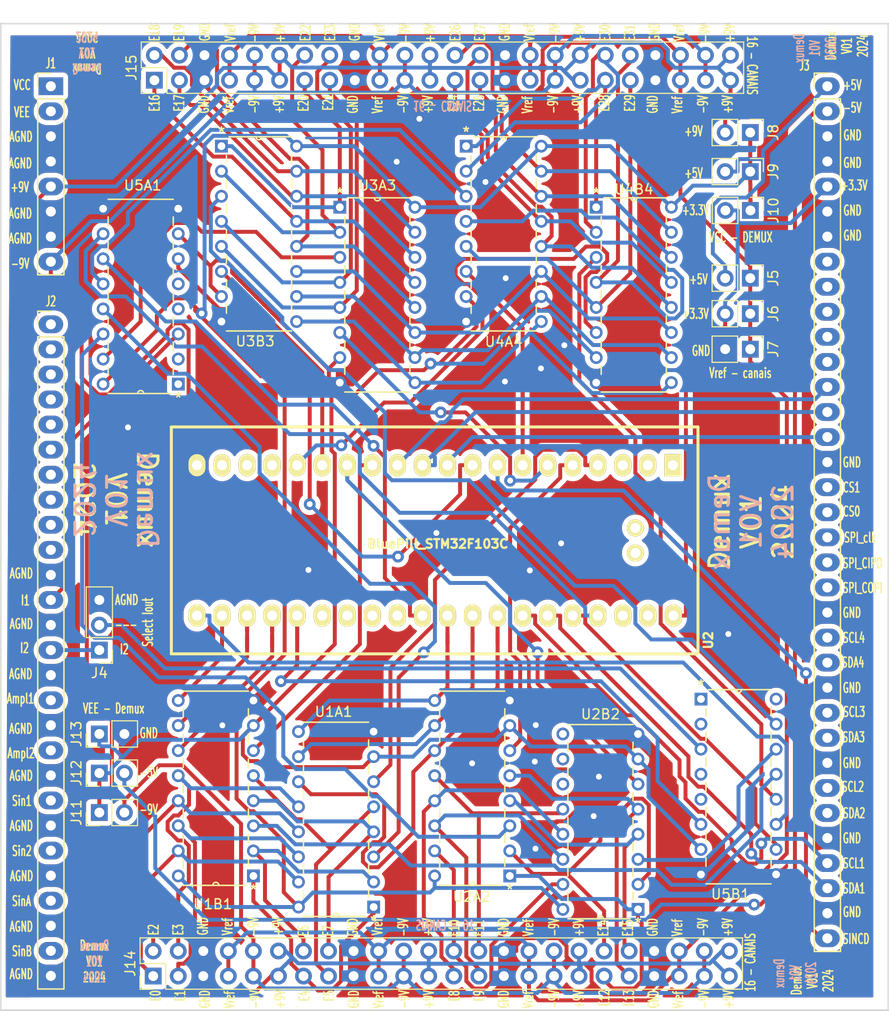
<source format=kicad_pcb>
(kicad_pcb (version 20221018) (generator pcbnew)
  (title_block (title "Barramento V04") (date "2024-02-05") (rev "v04") (company "EITduino") (comment 1 "Autor: Gustavo Pinheiro") (comment 2 "Barramento proposto para uma placa 90x100 mm") (comment 3 "placa de face dupla") (comment 4 "Pinos AGND e DGND"))
  (layers (0 "F.Cu" signal) (31 "B.Cu" signal) (34 "B.Paste" user) (35 "F.Paste" user) (36 "B.SilkS" user "B.Silkscreen") (37 "F.SilkS" user "F.Silkscreen") (38 "B.Mask" user) (39 "F.Mask" user) (44 "Edge.Cuts" user))
  (net 0 "")
  (net 1 "+9V")
  (net 2 "-9V")
  (net 3 "+5V")
  (net 4 "-5V")
  (net 5 "+3.3V")
  (net 10 "Earth")
  (net 12 "I1")
  (net 13 "I2")
  (net 14 "Ampl1")
  (net 15 "Ampl2")
  (net 16 "Sin1")
  (net 17 "Sin2")
  (net 18 "SinA")
  (net 19 "SinB")
  (net 20 "SPI_COPI")
  (net 21 "SPI_CIPO")
  (net 22 "SPI_clk")
  (net 23 "CS1")
  (net 24 "CS0")
  (net 25 "SCL3")
  (net 26 "SDA3")
  (net 27 "SCL2")
  (net 28 "SDA2")
  (net 29 "SCL1")
  (net 30 "SDA1")
  (net 31 "VCC")
  (net 32 "VEE")
  (net 43 "SINCD")
  (net 44 "SCL4")
  (net 45 "SDA4")
  (net 46 "SINC_C")
  (net 47 "SINC_B")
  (net 48 "SINC_A")
  (net 49 "In_B")
  (net 50 "Vref")
  (net 51 "VCC_DEMUX")
  (net 52 "VEE_DEMUX")
  (net 53 "E0")
  (net 54 "E1")
  (net 55 "E2")
  (net 56 "E3")
  (net 57 "E4")
  (net 58 "E5")
  (net 59 "E6")
  (net 60 "E7")
  (net 61 "E8")
  (net 62 "E9")
  (net 63 "E10")
  (net 64 "E11")
  (net 65 "E12")
  (net 66 "E13")
  (net 67 "E14")
  (net 68 "E15")
  (net 69 "DEMUXA1")
  (net 70 "Enable_A1")
  (net 71 "A_S2")
  (net 72 "A_S1")
  (net 73 "A_S0")
  (net 74 "DEMUXB1")
  (net 75 "Enable_B1")
  (net 76 "B_S2")
  (net 77 "B_S1")
  (net 78 "B_S0")
  (net 81 "Enable_A2")
  (net 82 "Enable_A3")
  (net 83 "Enable_A4")
  (net 85 "Enable_B2")
  (net 86 "Enable_B3")
  (net 87 "Enable_B4")
  (net 91 "B_S3")
  (net 96 "A_S3")
  (net 97 "B_S4")
  (net 98 "A_S4")
  (net 103 "DEMUXA2")
  (net 104 "DEMUXB2")
  (net 105 "SB2")
  (net 106 "SB1")
  (net 107 "SB0")
  (net 108 "E20")
  (net 109 "E22")
  (net 110 "DEMUXA3")
  (net 111 "E23")
  (net 112 "E21")
  (net 113 "S2")
  (net 114 "S1")
  (net 115 "S0")
  (net 116 "E19")
  (net 117 "E16")
  (net 118 "E17")
  (net 119 "E18")
  (net 120 "DEMUXB3")
  (net 121 "E28")
  (net 122 "E30")
  (net 123 "DEMUXA4")
  (net 124 "E31")
  (net 125 "E29")
  (net 126 "E27")
  (net 127 "E24")
  (net 128 "E25")
  (net 129 "E26")
  (net 130 "DEMUXB4")
  (net 135 "Enable_A")
  (net 140 "Enable_B")
  (footprint "74HC4051N:N16" (layer "F.Cu") (at 168 86.39)
    (fp_text reference "U4B4")
    (fp_text value "74HC4051")
  )
  (footprint "Connector_PinHeader_2.54mm:PinHeader_1x02_P2.54mm_Vertical" (layer "F.Cu") (at 110 125.9629 90)
    (fp_text reference "J12")
    (fp_text value "-5Vmux")
  )
  (footprint "Connector_PinHeader_2.54mm:PinHeader_1x02_P2.54mm_Vertical" (layer "F.Cu") (at 110 129.9629 90)
    (fp_text reference "J11")
    (fp_text value "-9Vmux")
  )
  (footprint "74HC4051N:N16" (layer "F.Cu") (at 110.38 68.76 180)
    (fp_text reference "U5A1")
    (fp_text value "74HC4051")
  )
  (footprint "Connector_PinHeader_2.54mm:PinHeader_2x24_P2.54mm_Vertical" (layer "F.Cu") (at 115.58 55.74 90)
    (fp_text reference "J15")
    (fp_text value "conectorEletrodos")
  )
  (footprint "Connector_PinHeader_2.54mm:PinHeader_1x02_P2.54mm_Vertical" (layer "F.Cu") (at 176 75.8 -90)
    (fp_text reference "J5")
    (fp_text value "Conn_01x02")
  )
  (footprint "Connector_PinHeader_2.54mm:PinHeader_2x24_P2.54mm_Vertical" (layer "F.Cu") (at 115.46 146.54 90)
    (fp_text reference "J14")
    (fp_text value "conectorEletrodos")
  )
  (footprint "Connector_PinHeader_2.54mm:PinHeader_1x02_P2.54mm_Vertical" (layer "F.Cu") (at 176.0193 68.9371 -90)
    (fp_text reference "J10")
    (fp_text value "+3.3Vmux")
  )
  (footprint "Connector_PinHeader_2.54mm:PinHeader_1x35_P2.54mm_Vertical" (layer "F.Cu") (at 183.82 56.35)
    (fp_text reference "J3")
    (fp_text value "comunicacao / sinais digitais" hide)
  )
  (footprint "74HC4051N:N16" (layer "F.Cu") (at 142 86.39)
    (fp_text reference "U3A3")
    (fp_text value "74HC4051")
  )
  (footprint "74HC4051N:N16" (layer "F.Cu") (at 130 80.2)
    (fp_text reference "U3B3")
    (fp_text value "74HC4051")
  )
  (footprint "Connector_PinHeader_2.54mm:PinHeader_1x02_P2.54mm_Vertical" (layer "F.Cu") (at 176 65 -90)
    (fp_text reference "J9")
    (fp_text value "+5Vmux")
  )
  (footprint "74HC4051N:N16" (layer "F.Cu") (at 178.62 136.24)
    (fp_text reference "U5B1")
    (fp_text value "74HC4051")
  )
  (footprint "Connector_PinHeader_2.54mm:PinHeader_1x03_P2.54mm_Vertical" (layer "F.Cu") (at 110 113.5 180)
    (fp_text reference "J4")
    (fp_text value "Conn_01x03")
  )
  (footprint "74HC4051N:N16" (layer "F.Cu") (at 144 118.61 180)
    (fp_text reference "U2A2")
    (fp_text value "74HC4051")
  )
  (footprint "Connector_PinHeader_2.54mm:PinHeader_1x02_P2.54mm_Vertical" (layer "F.Cu") (at 110 122 90)
    (fp_text reference "J13")
    (fp_text value "GNDmux")
  )
  (footprint "Connector_PinHeader_2.54mm:PinHeader_1x08_P2.54mm_Vertical" (layer "F.Cu") (at 105.08 56.35)
    (fp_text reference "J1")
    (fp_text value "alimentacao analogica" hide)
  )
  (footprint "Connector_PinHeader_2.54mm:PinHeader_1x27_P2.54mm_Vertical" (layer "F.Cu") (at 105.08 80.48)
    (fp_text reference "J2")
    (fp_text value "sinais analogicos" hide)
  )
  (footprint "74HC4051N:N16" (layer "F.Cu") (at 157 122 180)
    (fp_text reference "U2B2")
    (fp_text value "74HC4051")
  )
  (footprint "74HC4051N:N16" (layer "F.Cu") (at 154.81 80.2)
    (fp_text reference "U4A4")
    (fp_text value "74HC4051")
  )
  (footprint "Connector_PinHeader_2.54mm:PinHeader_1x02_P2.54mm_Vertical" (layer "F.Cu") (at 176 79.4 -90)
    (fp_text reference "J6")
    (fp_text value "Conn_01x02")
  )
  (footprint "BluePill_STM32:BluePill_STM32F103C" (layer "F.Cu") (at 168.11 94.76 -90)
    (fp_text reference "U2")
    (fp_text value "BluePill_STM32F103C")
  )
  (footprint "Connector_PinHeader_2.54mm:PinHeader_1x02_P2.54mm_Vertical" (layer "F.Cu") (at 176 61.0371 -90)
    (fp_text reference "J8")
    (fp_text value "+9Vmux")
  )
  (footprint "Connector_PinHeader_2.54mm:PinHeader_1x02_P2.54mm_Vertical" (layer "F.Cu") (at 176 83 -90)
    (fp_text reference "J7")
    (fp_text value "Conn_01x02")
  )
  (footprint "74HC4051N:N16" (layer "F.Cu") (at 130.19 121.76 180)
    (fp_text reference "U1A1")
    (fp_text value "74HC4051")
  )
  (footprint "74HC4051N:N16" (layer "F.Cu") (at 118 118.61 180)
    (fp_text reference "U1B1")
    (fp_text value "74HC4051")
  )
  (gr_line (start 190 50) (end 100 50) (stroke (width 0.15)) (layer "Edge.Cuts"))
  (gr_line (start 190 150) (end 190 50) (stroke (width 0.15)) (layer "Edge.Cuts"))
  (gr_line (start 189.99982 149.9998) (end 100 149.9998) (stroke (width 0.15)) (layer "Edge.Cuts"))
  (gr_line (start 100 50) (end 100 149.9998) (stroke (width 0.15)) (layer "Edge.Cuts"))
  (gr_text "Demux\nV01\n2024" (at 180.5 100.5 90) (layer "B.SilkS") (effects (font (size 2 2) (thickness 0.3)) (justify bottom mirror)))
  (gr_text "Demux\nV01\n2024" (at 184.75 52.5 90) (layer "B.SilkS") (effects (font (size 1 0.6) (thickness 0.15) bold) (justify bottom mirror)))
  (gr_text "16 - CANAIS\n" (at 142 142) (layer "B.SilkS") (effects (font (size 1 0.6) (thickness 0.15) bold) (justify right bottom mirror)))
  (gr_text "16 - CANAIS\n" (at 141.75 57.75 180) (layer "B.SilkS") (effects (font (size 1 0.6) (thickness 0.15) bold) (justify left bottom mirror)))
  (gr_text "Demux\nV01\n2024" (at 182.75 146.25 90) (layer "B.SilkS") (effects (font (size 1 0.6) (thickness 0.15) bold) (justify bottom mirror)))
  (gr_text "Demux\nV01\n2024" (at 108.75 50.75 180) (layer "B.SilkS") (effects (font (size 1 0.6) (thickness 0.15) bold) (justify bottom mirror)))
  (gr_text "Demux\nV01\n2024" (at 107.25 98.25 270) (layer "B.SilkS") (effects (font (size 2 2) (thickness 0.3)) (justify bottom mirror)))
  (gr_text "Demux\nV01\n2024" (at 109.5 147.25) (layer "B.SilkS") (effects (font (size 1 0.6) (thickness 0.15) bold) (justify bottom mirror)))
  (gr_text "E15" (at 163.6 142.6 90) (layer "F.SilkS") (effects (font (size 1 0.6) (thickness 0.15) bold) (justify left)))
  (gr_text "-9V" (at 140.9 149.9 90) (layer "F.SilkS") (effects (font (size 1 0.6) (thickness 0.15) bold) (justify left)))
  (gr_text "Demux\nV01\n2024" (at 107.25 98.25 -90) (layer "F.SilkS") (effects (font (size 2 2) (thickness 0.3)) (justify bottom)))
  (gr_text "-9V" (at 156 59.2 90) (layer "F.SilkS") (effects (font (size 1 0.6) (thickness 0.15) bold) (justify left)))
  (gr_text "GND" (at 166.1 142.6 90) (layer "F.SilkS") (effects (font (size 1 0.6) (thickness 0.15) bold) (justify left)))
  (gr_text "Demux\nV01\n2024" (at 109.5 147.25) (layer "F.SilkS") (effects (font (size 1 0.6) (thickness 0.15) bold) (justify bottom)))
  (gr_text "SDA1" (at 185.2967 137.652966) (layer "F.SilkS") (effects (font (size 1 0.6) (thickness 0.15) bold) (justify left)))
  (gr_text "-9V" (at 125.6 142.5 90) (layer "F.SilkS") (effects (font (size 1 0.6) (thickness 0.15) bold) (justify left)))
  (gr_text "AGND" (at 100.714418 64.168158) (layer "F.SilkS") (effects (font (size 1 0.6) (thickness 0.15) bold) (justify left)))
  (gr_text "GND" (at 166.2 149.9 90) (layer "F.SilkS") (effects (font (size 1 0.6) (thickness 0.15) bold) (justify left)))
  (gr_text "SinA" (at 101.052955 138.942119) (layer "F.SilkS") (effects (font (size 1 0.6) (thickness 0.15) bold) (justify left)))
  (gr_text "Vref\n" (at 123.1 59.2 90) (layer "F.SilkS") (effects (font (size 1 0.6) (thickness 0.15) bold) (justify left)))
  (gr_text "E14\n" (at 161.1 142.6 90) (layer "F.SilkS") (effects (font (size 1 0.6) (thickness 0.15) bold) (justify left)))
  (gr_text "E30" (at 161.3 51.87 90) (layer "F.SilkS") (effects (font (size 1 0.6) (thickness 0.15) bold) (justify left)))
  (gr_text "SPI_CIPO\n" (at 187.4 104.7) (layer "F.SilkS") (effects (font (size 1 0.6) (thickness 0.15) bold)))
  (gr_text "+9V\n" (at 173.8 149.9 90) (layer "F.SilkS") (effects (font (size 1 0.6) (thickness 0.15) bold) (justify left)))
  (gr_text "GND" (at 185.2967 117.332966) (layer "F.SilkS") (effects (font (size 1 0.6) (thickness 0.15) bold) (justify left)))
  (gr_text "CS1" (at 185.2967 97.012966) (layer "F.SilkS") (effects (font (size 1 0.6) (thickness 0.15) bold) (justify left)))
  (gr_text "Vref\n" (at 138.2 59.2 90) (layer "F.SilkS") (effects (font (size 1 0.6) (thickness 0.15) bold) (justify left)))
  (gr_text "GND\n" (at 170 83.75) (layer "F.SilkS") (effects (font (size 1 0.6) (thickness 0.15) bold) (justify left bottom)))
  (gr_text "GND" (at 185.355818 72.066258) (layer "F.SilkS") (effects (font (size 1 0.6) (thickness 0.15) bold) (justify left bottom)))
  (gr_text "Vref\n" (at 153.5 142.6 90) (layer "F.SilkS") (effects (font (size 1 0.6) (thickness 0.15) bold) (justify left)))
  (gr_text "-9V" (at 140.8 142.6 90) (layer "F.SilkS") (effects (font (size 1 0.6) (thickness 0.15) bold) (justify left)))
  (gr_text "E29" (at 163.8 59 90) (layer "F.SilkS") (effects (font (size 1 0.6) (thickness 0.15) bold) (justify left)))
  (gr_text "-9V" (at 100.968418 74.328158) (layer "F.SilkS") (effects (font (size 1 0.6) (thickness 0.15) bold) (justify left)))
  (gr_text "-9V" (at 156.2 51.97 90) (layer "F.SilkS") (effects (font (size 1 0.6) (thickness 0.15) bold) (justify left)))
  (gr_text "E7" (at 133.2 142.6 90) (layer "F.SilkS") (effects (font (size 1 0.6) (thickness 0.15) bold) (justify left)))
  (gr_text "Vref\n" (at 123 142.5 90) (layer "F.SilkS") (effects (font (size 1 0.6) (thickness 0.15) bold) (justify left)))
  (gr_text "+9V\n" (at 173.9 51.97 90) (layer "F.SilkS") (effects (font (size 1 0.6) (thickness 0.15) bold) (justify left)))
  (gr_text "+9V\n" (at 128.1 142.5 90) (layer "F.SilkS") (effects (font (size 1 0.6) (thickness 0.15) bold) (justify left)))
  (gr_text "GND" (at 150.9 59.2 90) (layer "F.SilkS") (effects (font (size 1 0.6) (thickness 0.15) bold) (justify left)))
  (gr_text "E22" (at 130.9 51.87 90) (layer "F.SilkS") (effects (font (size 1 0.6) (thickness 0.15) bold) (justify left)))
  (gr_text "E4\n" (at 130.8 149.2 90) (layer "F.SilkS") (effects (font (size 1 0.6) (thickness 0.15) bold) (justify left)))
  (gr_text "+9V\n" (at 128.3 51.97 90) (layer "F.SilkS") (effects (font (size 1 0.6) (thickness 0.15) bold) (justify left)))
  (gr_text "+9V\n" (at 173.7 142.6 90) (layer "F.SilkS") (effects (font (size 1 0.6) (thickness 0.15) bold) (justify left)))
  (gr_text "AGND" (at 100.841415 136.408672) (layer "F.SilkS") (effects (font (size 1 0.6) (thickness 0.15) bold) (justify left)))
  (gr_text "+9V\n" (at 158.5 59.2 90) (layer "F.SilkS") (effects (font (size 1 0.6) (thickness 0.15) bold) (justify left)))
  (gr_text "AGND" (at 100.815048 111.438762) (layer "F.SilkS") (effects (font (size 1 0.6) (thickness 0.15) bold) (justify left bottom)))
  (gr_text "+5V" (at 169.25 65.75) (layer "F.SilkS") (effects (font (size 1 0.6) (thickness 0.15) bold) (justify left bottom)))
  (gr_text "Vref\n" (at 168.6 142.6 90) (layer "F.SilkS") (effects (font (size 1 0.6) (thickness 0.15) bold) (justify left)))
  (gr_text "E12\n" (at 161.2 149.7 90) (layer "F.SilkS") (effects (font (size 1 0.6) (thickness 0.15) bold) (justify left)))
  (gr_text "+3.3V" (at 169 69.5) (layer "F.SilkS") (effects (font (size 1 0.6) (thickness 0.15) bold) (justify left bottom)))
  (gr_text "Vref\n" (at 123.2 149.9 90) (layer "F.SilkS") (effects (font (size 1 0.6) (thickness 0.15) bold) (justify left)))
  (gr_text "Vref\n" (at 168.6 59.2 90) (layer "F.SilkS") (effects (font (size 1 0.6) (thickness 0.15) bold) (justify left)))
  (gr_text "GND" (at 185.2967 124.952966) (layer "F.SilkS") (effects (font (size 1 0.6) (thickness 0.15) bold) (justify left)))
  (gr_text "-9V\n" (at 114 130.25) (layer "F.SilkS") (effects (font (size 1 0.6) (thickness 0.15) bold) (justify left bottom)))
  (gr_text "E8" (at 146 149.2 90) (layer "F.SilkS") (effects (font (size 1 0.6) (thickness 0.15) bold) (justify left)))
  (gr_text "Vref\n" (at 153.6 51.87 90) (layer "F.SilkS") (effects (font (size 1 0.6) (thickness 0.15) bold) (justify left)))
  (gr_text "Demux\nV01\n2024" (at 108.75 50.75 180) (layer "F.SilkS") (effects (font (size 1 0.6) (thickness 0.15) bold) (justify bottom)))
  (gr_text "GND" (at 135.9 51.87 90) (layer "F.SilkS") (effects (font (size 1 0.6) (thickness 0.15) bold) (justify left)))
  (gr_text "+3.3V" (at 185.101818 66.986258) (layer "F.SilkS") (effects (font (size 1 0.6) (thickness 0.15) bold) (justify left bottom)))
  (gr_text "E5" (at 133.3 149.2 90) (layer "F.SilkS") (effects (font (size 1 0.6) (thickness 0.15) bold) (justify left)))
  (gr_text "GND" (at 120.6 59.2 90) (layer "F.SilkS") (effects (font (size 1 0.6) (thickness 0.15) bold) (justify left)))
  (gr_text "E13" (at 163.7 149.7 90) (layer "F.SilkS") (effects (font (size 1 0.6) (thickness 0.15) bold) (justify left)))
  (gr_text "E28" (at 161.2 59 90) (layer "F.SilkS") (effects (font (size 1 0.6) (thickness 0.15) bold) (justify left)))
  (gr_text "GND" (at 151.1 51.87 90) (layer "F.SilkS") (effects (font (size 1 0.6) (thickness 0.15) bold) (justify left)))
  (gr_text "E24" (at 145.9 59 90) (layer "F.SilkS") (effects (font (size 1 0.6) (thickness 0.15) bold) (justify left)))
  (gr_text "Vref\n" (at 168.8 51.87 90) (layer "F.SilkS") (effects (font (size 1 0.6) (thickness 0.15) bold) (justify left)))
  (gr_text "+9V\n" (at 143.5 51.97 90) (layer "F.SilkS") (effects (font (size 1 0.6) (thickness 0.15) bold) (justify left)))
  (gr_text "GND" (at 185.355818 64.700258) (layer "F.SilkS") (effects (font (size 1 0.6) (thickness 0.15) bold) (justify left bottom)))
  (gr_text "AGND" (at 100.714418 71.788158) (layer "F.SilkS") (effects (font (size 1 0.6) (thickness 0.15) bold) (justify left)))
  (gr_text "16 - CANAIS\n" (at 176.6 148.2 90) (layer "F.SilkS") (effects (font (size 1 0.6) (thickness 0.15) bold) (justify left bottom)))
  (gr_text "Vref\n" (at 168.7 149.9 90) (layer "F.SilkS") (effects (font (size 1 0.6) (thickness 0.15) bold) (justify left)))
  (gr_text "GND" (at 185.2967 109.712966) (layer "F.SilkS") (effects (font (size 1 0.6) (thickness 0.15) bold) (justify left)))
  (gr_text "AGND" (at 100.808342 146.925608) (layer "F.SilkS") (effects (font (size 1 0.6) (thickness 0.15) bold) (justify left bottom)))
  (gr_text "-9V" (at 141 51.97 90) (layer "F.SilkS") (effects (font (size 1 0.6) (thickness 0.15) bold) (justify left)))
  (gr_text "I2\n" (at 112 114) (layer "F.SilkS") (effects (font (size 1 0.6) (thickness 0.15) bold) (justify left bottom)))
  (gr_text "Sin1" (at 101.052955 128.782119) (layer "F.SilkS") (effects (font (size 1 0.6) (thickness 0.15) bold) (justify left)))
  (gr_text "GND" (at 135.8 149.9 90) (layer "F.SilkS") (effects (font (size 1 0.6) (thickness 0.15) bold) (justify left)))
  (gr_text "E3" (at 118 142.5 90) (layer "F.SilkS") (effects (font (size 1 0.6) (thickness 0.15) bold) (justify left)))
  (gr_text "E19" (at 118.1 51.87 90) (layer "F.SilkS") (effects (font (size 1 0.6) (thickness 0.15) bold) (justify left)))
  (gr_text "E18\n" (at 115.6 51.87 90) (layer "F.SilkS") (effects (font (size 1 0.6) (thickness 0.15) bold) (justify left)))
  (gr_text "GND" (at 166.3 51.87 90) (layer "F.SilkS") (effects (font (size 1 0.6) (thickness 0.15) bold) (justify left)))
  (gr_text "AGND" (at 100.814926 131.322118) (layer "F.SilkS") (effects (font (size 1 0.6) (thickness 0.15) bold) (justify left)))
  (gr_text "+5V\n" (at 185.355818 56.826258) (layer "F.SilkS") (effects (font (size 1 0.6) (thickness 0.15) bold) (justify left bottom)))
  (gr_text "SCL2" (at 185.1967 127.352966) (layer "F.SilkS") (effects (font (size 1 0.6) (thickness 0.15) bold) (justify left)))
  (gr_text "GND" (at 135.7 142.6 90) (layer "F.SilkS") (effects (font (size 1 0.6) (thickness 0.15) bold) (justify left)))
  (gr_text "-5V" (at 185.355818 59.112258) (layer "F.SilkS") (effects (font (size 1 0.6) (thickness 0.15) bold) (justify left bottom)))
  (gr_text "-9V" (at 125.7 51.97 90) (layer "F.SilkS") (effects (font (size 1 0.6) (thickness 0.15) bold) (justify left)))
  (gr_text "-9V" (at 140.8 59.2 90) (layer "F.SilkS") (effects (font (size 1 0.6) (thickness 0.15) bold) (justify left)))
  (gr_text "+3.3V" (at 169 80) (layer "F.SilkS") (effects (font (size 1 0.6) (thickness 0.15) bold) (justify left bottom)))
  (gr_text "Select Iout" (at 115.5 113.25 90) (layer "F.SilkS") (effects (font (size 1 0.6) (thickness 0.15) bold) (justify left bottom)))
  (gr_text "E21" (at 133.2 58.9 90) (layer "F.SilkS") (effects (font (size 1 0.6) (thickness 0.15) bold) (justify left)))
  (gr_text "AGND" (at 100.773918 61.466501) (layer "F.SilkS") (effects (font (size 1 0.6) (thickness 0.15) bold) (justify left)))
  (gr_text "Demux\nV01\n2024" (at 180.5 100.5 90) (layer "F.SilkS") (effects (font (size 2 2) (thickness 0.3)) (justify bottom)))
  (gr_text "SDA3" (at 185.259509 122.916321) (layer "F.SilkS") (effects (font (size 1 0.6) (thickness 0.15) bold) (justify left bottom)))
  (gr_text "E16" (at 115.6 59 90) (layer "F.SilkS") (effects (font (size 1 0.6) (thickness 0.15) bold) (justify left)))
  (gr_text "E31" (at 163.8 51.87 90) (layer "F.SilkS") (effects (font (size 1 0.6) (thickness 0.15) bold) (justify left)))
  (gr_text "GND" (at 135.7 59.2 90) (layer "F.SilkS") (effects (font (size 1 0.6) (thickness 0.15) bold) (justify left)))
  (gr_text "E9" (at 148.5 149.2 90) (layer "F.SilkS") (effects (font (size 1 0.6) (thickness 0.15) bold) (justify left)))
  (gr_text "---" (at 111.5 111.5) (layer "F.SilkS") (effects (font (size 1 0.6) (thickness 0.15) bold) (justify left bottom)))
  (gr_text "SDA4\n" (at 185.1967 114.752966) (layer "F.SilkS") (effects (font (size 1 0.6) (thickness 0.15) bold) (justify left)))
  (gr_text "-9V" (at 125.8 149.9 90) (layer "F.SilkS") (effects (font (size 1 0.6) (thickness 0.15) bold) (justify left)))
  (gr_text "E23" (at 133.4 51.87 90) (layer "F.SilkS") (effects (font (size 1 0.6) (thickness 0.15) bold) (justify left)))
  (gr_text "E20\n" (at 130.7 59 90) (layer "F.SilkS") (effects (font (size 1 0.6) (thickness 0.15) bold) (justify left)))
  (gr_text "Vref\n" (at 123.3 51.87 90) (layer "F.SilkS") (effects (font (size 1 0.6) (thickness 0.15) bold) (justify left)))
  (gr_text "-9V" (at 125.7 59.2 90) (layer "F.SilkS") (effects (font (size 1 0.6) (thickness 0.15) bold) (justify left)))
  (gr_text "Ampl2" (at 100.590097 123.953588) (layer "F.SilkS") (effects (font (size 1 0.6) (thickness 0.15) bold) (justify left)))
  (gr_text "GND" (at 151 142.6 90) (layer "F.SilkS") (effects (font (size 1 0.6) (thickness 0.15) bold) (justify left)))
  (gr_text "+9V\n" (at 128.2 59.2 90) (layer "F.SilkS") (effects (font (size 1 0.6) (thickness 0.15) bold) (justify left)))
  (gr_text "GND" (at 185.355818 61.906258) (layer "F.SilkS") (effects (font (size 1 0.6) (thickness 0.15) bold) (justify left bottom)))
  (gr_text "SINCD" (at 185.29297 142.774095) (layer "F.SilkS") (effects (font (size 1 0.6) (thickness 0.15) bold) (justify left)))
  (gr_text "+9V\n" (at 169.25 61.5) (layer "F.SilkS") (effects (font (size 1 0.6) (thickness 0.15) bold) (justify left bottom)))
  (gr_text "16 - CANAIS\n" (at 175.6 51.2 -90) (layer "F.SilkS") (effects (font (size 1 0.6) (thickness 0.15) bold) (justify left bottom)))
  (gr_text "-9V" (at 156.1 149.9 90) (layer "F.SilkS") (effects (font (size 1 0.6) (thickness 0.15) bold) (justify left)))
  (gr_text "AGND" (at 100.714418 69.248158) (layer "F.SilkS") (effects (font (size 1 0.6) (thickness 0.15) bold) (justify left)))
  (gr_text "+9V\n" (at 158.6 142.6 90) (layer "F.SilkS") (effects (font (size 1 0.6) (thickness 0.15) bold) (justify left)))
  (gr_text "+9V\n" (at 143.3 59.2 90) (layer "F.SilkS") (effects (font (size 1 0.6) (thickness 0.15) bold) (justify left)))
  (gr_text "Vref\n" (at 153.4 59.2 90) (layer "F.SilkS") (effects (font (size 1 0.6) (thickness 0.15) bold) (justify left)))
  (gr_text "GND" (at 151 149.9 90) (layer "F.SilkS") (effects (font (size 1 0.6) (thickness 0.15) bold) (justify left)))
  (gr_text "CS0" (at 185.2967 99.45) (layer "F.SilkS") (effects (font (size 1 0.6) (thickness 0.15) bold) (justify left)))
  (gr_text "VCC" (at 101.222418 56.802158) (layer "F.SilkS") (effects (font (size 1 0.6) (thickness 0.15) bold) (justify left bottom)))
  (gr_text "GND\n" (at 114 122.5) (layer "F.SilkS") (effects (font (size 1 0.6) (thickness 0.15) bold) (justify left bottom)))
  (gr_text "-9V" (at 171.4 51.97 90) (layer "F.SilkS") (effects (font (size 1 0.6) (thickness 0.15) bold) (justify left)))
  (gr_text "E10\n" (at 146 142.6 90) (layer "F.SilkS") (effects (font (size 1 0.6) (thickness 0.15) bold) (justify left)))
  (gr_text "E0\n" (at 115.7 149.2 90) (layer "F.SilkS") (effects (font (size 1 0.6) (thickness 0.15) bold) (justify left)))
  (gr_text "E26" (at 146.1 51.87 90) (layer "F.SilkS") (effects (font (size 1 0.6) (thickness 0.15) bold) (justify left)))
  (gr_text "-9V" (at 156.1 142.6 90) (layer "F.SilkS") (effects (font (size 1 0.6) (thickness 0.15) bold) (justify left)))
  (gr_text "E6" (at 130.7 142.6 90) (layer "F.SilkS") (effects (font (size 1 0.6) (thickness 0.15) bold) (justify left)))
  (gr_text "VEE\n" (at 101.255208 58.978606) (layer "F.SilkS") (effects (font (size 1 0.6) (thickness 0.15) bold) (justify left)))
  (gr_text "GND" (at 120.7 149.9 90) (layer "F.SilkS") (effects (font (size 1 0.6) (thickness 0.15) bold) (justify left)))
  (gr_text "+9V\n" (at 128.3 149.9 90) (layer "F.SilkS") (effects (font (size 1 0.6) (thickness 0.15) bold) (justify left)))
  (gr_text "I2\n" (at 101.881993 113.87284) (layer "F.SilkS") (effects (font (size 1 0.6) (thickness 0.15) bold) (justify left bottom)))
  (gr_text "GND" (at 166.1 59.2 90) (layer "F.SilkS") (effects (font (size 1 0.6) (thickness 0.15) bold) (justify left)))
  (gr_text "SCL4\n" (at 185.2967 112.252966) (layer "F.SilkS") (effects (font (size 1 0.6) (thickness 0.15) bold) (justify left)))
  (gr_text "GND" (at 185.355818 69.526258) (layer "F.SilkS") (effects (font (size 1 0.6) (thickness 0.15) bold) (justify left bottom)))
  (gr_text "SinB" (at 101.052955 144.022119) (layer "F.SilkS") (effects (font (size 1 0.6) (thickness 0.15) bold) (justify left)))
  (gr_text "Vref\n" (at 153.5 149.9 90) (layer "F.SilkS") (effects (font (size 1 0.6) (thickness 0.15) bold) (justify left)))
  (gr_text "AGND" (at 100.801941 126.242119) (layer "F.SilkS") (effects (font (size 1 0.6) (thickness 0.15) bold) (justify left)))
  (gr_text "VCC - DEMUX\n" (at 171.75 72.25) (layer "F.SilkS") (effects (font (size 1 0.6) (thickness 0.15) bold) (justify left bottom)))
  (gr_text "SDA2" (at 185.2967 130.032966) (layer "F.SilkS") (effects (font (size 1 0.6) (thickness 0.15) bold) (justify left)))
  (gr_text "SPI_clk\n" (at 187.15 102.092966) (layer "F.SilkS") (effects (font (size 1 0.6) (thickness 0.15) bold)))
  (gr_text "Vref\n" (at 138.2 142.5 90) (layer "F.SilkS") (effects (font (size 1 0.6) (thickness 0.15) bold) (justify left)))
  (gr_text "GND" (at 185.2967 94.472966) (layer "F.SilkS") (effects (font (size 1 0.6) (thickness 0.15) bold) (justify left)))
  (gr_text "E11" (at 148.5 142.6 90) (layer "F.SilkS") (effects (font (size 1 0.6) (thickness 0.15) bold) (justify left)))
  (gr_text "E27" (at 148.6 51.87 90) (layer "F.SilkS") (effects (font (size 1 0.6) (thickness 0.15) bold) (justify left)))
  (gr_text "+9V\n" (at 158.7 51.97 90) (layer "F.SilkS") (effects (font (size 1 0.6) (thickness 0.15) bold) (justify left)))
  (gr_text "AGND" (at 100.752029 116.51861) (layer "F.SilkS") (effects (font (size 1 0.6) (thickness 0.15) bold) (justify left bottom)))
  (gr_text "I1" (at 101.965958 108.462271) (layer "F.SilkS") (effects (font (size 1 0.6) (thickness 0.15) bold) (justify left)))
  (gr_text "+9V\n" (at 143.3 142.6 90) (layer "F.SilkS") (effects (font (size 1 0.6) (thickness 0.15) bold) (justify left)))
  (gr_text "GND" (at 185.3078 140.635253) (layer "F.SilkS") (effects (font (size 1 0.6) (thickness 0.15) bold) (justify left bottom)))
  (gr_text "AGND" (at 100.755457 121.473179) (layer "F.SilkS") (effects (font (size 1 0.6) (thickness 0.15) bold) (justify left)))
  (gr_text "AGND" (at 100.808342 141.534851) (layer "F.SilkS") (effects (font (size 1 0.6) (thickness 0.15) bold) (justify left)))
  (gr_text "VEE - Demux\n" (at 108.25 120) (layer "F.SilkS") (effects (font (size 1 0.6) (thickness 0.15) bold) (justify left bottom)))
  (gr_text "+9V\n" (at 143.4 149.9 90) (layer "F.SilkS") (effects (font (size 1 0.6) (thickness 0.15) bold) (justify left)))
  (gr_text "Sin2\n" (at 101.052955 133.862119) (layer "F.SilkS") (effects (font (size 1 0.6) (thickness 0.15) bold) (justify left)))
  (gr_text "+9V\n" (at 100.93014 66.579378) (layer "F.SilkS") (effects (font (size 1 0.6) (thickness 0.15) bold) (justify left)))
  (gr_text "+5V" (at 169.75 76.5) (layer "F.SilkS") (effects (font (size 1 0.6) (thickness 0.15) bold) (justify left bottom)))
  (gr_text "-9V" (at 171.2 142.6 90) (layer "F.SilkS") (effects (font (size 1 0.6) (thickness 0.15) bold) (justify left)))
  (gr_text "AGND" (at 100.815048 106.319197) (layer "F.SilkS") (effects (font (size 1 0.6) (thickness 0.15) bold) (justify left bottom)))
  (gr_text "GND" (at 185.2967 132.572966) (layer "F.SilkS") (effects (font (size 1 0.6) (thickness 0.15) bold) (justify left)))
  (gr_text "+9V\n" (at 173.7 59.2 90) (layer "F.SilkS") (effects (font (size 1 0.6) (thickness 0.15) bold) (justify left)))
  (gr_text "E17" (at 118.1 59 90) (layer "F.SilkS") (effects (font (size 1 0.6) (thickness 0.15) bold) (justify left)))
  (gr_text "Demux\nV01\n2024" (at 184.5 147 90) (layer "F.SilkS") (effects (font (size 1 0.6) (thickness 0.15) bold) (justify bottom)))
  (gr_text "-9V" (at 171.2 59.2 90) (layer "F.SilkS") (effects (font (size 1 0.6) (thickness 0.15) bold) (justify left)))
  (gr_text "GND" (at 120.5 142.5 90) (layer "F.SilkS") (effects (font (size 1 0.6) (thickness 0.15) bold) (justify left)))
  (gr_text "SCL1\n" (at 185.2967 135.112966) (layer "F.SilkS") (effects (font (size 1 0.6) (thickness 0.15) bold) (justify left)))
  (gr_text "SPI_COPI\n" (at 187.4 107.2) (layer "F.SilkS") (effects (font (size 1 0.6) (thickness 0.15) bold)))
  (gr_text "Vref\n" (at 138.3 149.9 90) (layer "F.SilkS") (effects (font (size 1 0.6) (thickness 0.15) bold) (justify left)))
  (gr_text "AGND" (at 111.5 109) (layer "F.SilkS") (effects (font (size 1 0.6) (thickness 0.15) bold) (justify left bottom)))
  (gr_text "-9V" (at 171.3 149.9 90) (layer "F.SilkS") (effects (font (size 1 0.6) (thickness 0.15) bold) (justify left)))
  (gr_text "-5V" (at 114 126.5) (layer "F.SilkS") (effects (font (size 1 0.6) (thickness 0.15) bold) (justify left bottom)))
  (gr_text "Demux\nV01\n2024" (at 188 52.25 90) (layer "F.SilkS") (effects (font (size 1 0.6) (thickness 0.15) bold) (justify bottom)))
  (gr_text "SCL3" (at 185.323306 120.34851) (layer "F.SilkS") (effects (font (size 1 0.6) (thickness 0.15) bold) (justify left bottom)))
  (gr_text "+9V\n" (at 158.6 149.9 90) (layer "F.SilkS") (effects (font (size 1 0.6) (thickness 0.15) bold) (justify left)))
  (gr_text "Vref\n" (at 138.4 51.87 90) (layer "F.SilkS") (effects (font (size 1 0.6) (thickness 0.15) bold) (justify left)))
  (gr_text "E1" (at 118.2 149.2 90) (layer "F.SilkS") (effects (font (size 1 0.6) (thickness 0.15) bold) (justify left)))
  (gr_text "E25" (at 148.5 59 90) (layer "F.SilkS") (effects (font (size 1 0.6) (thickness 0.15) bold) (justify left)))
  (gr_text "GND" (at 120.7 51.87 90) (layer "F.SilkS") (effects (font (size 1 0.6) (thickness 0.15) bold) (justify left)))
  (gr_text "Ampl1" (at 100.523953 118.99277) (layer "F.SilkS") (effects (font (size 1 0.6) (thickness 0.15) bold) (justify left bottom)))
  (gr_text "Vref - canais\n" (at 171.75 86) (layer "F.SilkS") (effects (font (size 1 0.6) (thickness 0.15) bold) (justify left bottom)))
  (gr_text "E2\n" (at 115.5 142.5 90) (layer "F.SilkS") (effects (font (size 1 0.6) (thickness 0.15) bold) (justify left)))
  (segment (start 174 56.9919) (end 173.46 57.5319) (width 0.4) (layer "F.Cu") (net 1))
  (segment (start 102.25 69.34) (end 102.25 146.75) (width 0.4) (layer "F.Cu") (net 1))
  (segment (start 173.46 57.5319) (end 173.46 61.0371) (width 0.4) (layer "F.Cu") (net 1))
  (segment (start 102.25 146.75) (end 103.75 148.25) (width 0.4) (layer "F.Cu") (net 1))
  (segment (start 128.28 53.2) (end 128.28 55.74) (width 0.4) (layer "F.Cu") (net 1))
  (segment (start 125.717 148.25) (end 127.427 146.54) (width 0.4) (layer "F.Cu") (net 1))
  (segment (start 103.75 148.25) (end 125.717 148.25) (width 0.4) (layer "F.Cu") (net 1))
  (segment (start 127.427 146.54) (end 128.16 146.54) (width 0.4) (layer "F.Cu") (net 1))
  (segment (start 105.08 66.51) (end 102.25 69.34) (width 0.4) (layer "F.Cu") (net 1))
  (segment (start 174 55.74) (end 174 56.9919) (width 0.4) (layer "F.Cu") (net 1))
  (segment (start 129.572 144.678) (end 129.412 144.519) (width 0.4) (layer "B.Cu") (net 1))
  (segment (start 130.145 145.252) (end 129.572 144.678) (width 0.4) (layer "B.Cu") (net 1))
  (segment (start 158.64 144) (end 158.64 145.252) (width 0.4) (layer "B.Cu") (net 1))
  (segment (start 168.35 54.47) (end 172.75 54.47) (width 0.4) (layer "B.Cu") (net 1))
  (segment (start 158.76 53.2) (end 157.158 54.8021) (width 0.4) (layer "B.Cu") (net 1))
  (segment (start 127.028 54.4881) (end 128.28 55.74) (width 0.4) (layer "B.Cu") (net 1))
  (segment (start 122.593 54.4881) (end 127.028 54.4881) (width 0.4) (layer "B.Cu") (net 1))
  (segment (start 156.804 54.4881) (end 143.52 54.4881) (width 0.4) (layer "B.Cu") (net 1))
  (segment (start 128.16 146.09) (end 129.572 144.678) (width 0.4) (layer "B.Cu") (net 1))
  (segment (start 158.658 145.27) (end 171.877 145.27) (width 0.4) (layer "B.Cu") (net 1))
  (segment (start 128.28 53.2) (end 129.532 54.4519) (width 0.4) (layer "B.Cu") (net 1))
  (segment (start 158.64 145.252) (end 158.604 145.288) (width 0.4) (layer "B.Cu") (net 1))
  (segment (start 129.532 54.4519) (end 143.52 54.4519) (width 0.4) (layer "B.Cu") (net 1))
  (segment (start 167.65 53.7699) (end 168.35 54.47) (width 0.4) (layer "B.Cu") (net 1))
  (segment (start 172.75 54.49) (end 172.75 54.47) (width 0.4) (layer "B.Cu") (net 1))
  (segment (start 173.88 144) (end 173.147 144) (width 0.4) (layer "B.Cu") (net 1))
  (segment (start 173.79 146.54) (end 172.198 144.948) (width 0.4) (layer "B.Cu") (net 1))
  (segment (start 143.4 145.288) (end 143.4 145.252) (width 0.4) (layer "B.Cu") (net 1))
  (segment (start 158.64 145.252) (end 158.658 145.27) (width 0.4) (layer "B.Cu") (net 1))
  (segment (start 171.877 145.27) (end 172.198 144.948) (width 0.4) (layer "B.Cu") (net 1))
  (segment (start 143.4 145.252) (end 130.145 145.252) (width 0.4) (layer "B.Cu") (net 1))
  (segment (start 143.4 146.54) (end 143.4 145.288) (width 0.4) (layer "B.Cu") (net 1))
  (segment (start 157.158 54.8421) (end 157.508 55.1923) (width 0.4) (layer "B.Cu") (net 1))
  (segment (start 172.75 54.47) (end 172.75 54.45) (width 0.4) (layer "B.Cu") (net 1))
  (segment (start 172.198 144.948) (end 172.628 144.519) (width 0.4) (layer "B.Cu") (net 1))
  (segment (start 158.806 145.417) (end 158.658 145.27) (width 0.4) (layer "B.Cu") (net 1))
  (segment (start 158.056 55.74) (end 157.508 55.1923) (width 0.4) (layer "B.Cu") (net 1))
  (segment (start 128.893 144) (end 129.412 144.519) (width 0.4) (layer "B.Cu") (net 1))
  (segment (start 158.76 55.74) (end 158.056 55.74) (width 0.4) (layer "B.Cu") (net 1))
  (segment (start 121.93 56.2537) (end 121.93 55.1511) (width 0.4) (layer "B.Cu") (net 1))
  (segment (start 166.956 51.9414) (end 167.65 52.6357) (width 0.4) (layer "B.Cu") (net 1))
  (segment (start 157.508 55.1923) (end 156.804 54.4881) (width 0.4) (layer "B.Cu") (net 1))
  (segment (start 121.93 55.1511) (end 122.593 54.4881) (width 0.4) (layer "B.Cu") (net 1))
  (segment (start 158.658 145.27) (end 158.806 145.417) (width 0.4) (layer "B.Cu") (net 1))
  (segment (start 158.806 145.417) (end 158.806 145.748) (width 0.4) (layer "B.Cu") (net 1))
  (segment (start 159.96 51.9933) (end 160.012 51.9414) (width 0.4) (layer "B.Cu") (net 1))
  (segment (start 143.4 144) (end 143.4 145.252) (width 0.4) (layer "B.Cu") (net 1))
  (segment (start 105.08 66.51) (end 111.674 66.51) (width 0.4) (layer "B.Cu") (net 1))
  (segment (start 158.76 53.2) (end 159.96 52) (width 0.4) (layer "B.Cu") (net 1))
  (segment (start 174 55.74) (end 172.75 54.49) (width 0.4) (layer "B.Cu") (net 1))
  (segment (start 159.96 52) (end 159.96 51.9933) (width 0.4) (layer "B.Cu") (net 1))
  (segment (start 172.198 144.948) (end 172.628 144.519) (width 0.4) (layer "B.Cu") (net 1))
  (segment (start 158.806 145.748) (end 158.64 145.914) (width 0.4) (layer "B.Cu") (net 1))
  (segment (start 158.64 146.54) (end 158.64 145.914) (width 0.4) (layer "B.Cu") (net 1))
  (segment (start 157.158 54.8021) (end 157.158 54.8421) (width 0.4) (layer "B.Cu") (net 1))
  (segment (start 128.16 146.54) (end 128.16 146.09) (width 0.4) (layer "B.Cu") (net 1))
  (segment (start 158.604 145.288) (end 143.4 145.288) (width 0.4) (layer "B.Cu") (net 1))
  (segment (start 129.572 144.678) (end 129.412 144.519) (width 0.4) (layer "B.Cu") (net 1))
  (segment (start 143.52 54.4519) (end 143.52 54.4881) (width 0.4) (layer "B.Cu") (net 1))
  (segment (start 172.75 54.45) (end 174 53.2) (width 0.4) (layer "B.Cu") (net 1))
  (segment (start 143.52 53.2) (end 143.52 54.4519) (width 0.4) (layer "B.Cu") (net 1))
  (segment (start 167.65 52.6357) (end 167.65 53.7699) (width 0.4) (layer "B.Cu") (net 1))
  (segment (start 143.52 55.74) (end 143.52 54.4881) (width 0.4) (layer "B.Cu") (net 1))
  (segment (start 128.16 144) (end 128.893 144) (width 0.4) (layer "B.Cu") (net 1))
  (segment (start 158.64 145.914) (end 158.64 145.252) (width 0.4) (layer "B.Cu") (net 1))
  (segment (start 160.012 51.9414) (end 166.956 51.9414) (width 0.4) (layer "B.Cu") (net 1))
  (segment (start 173.88 146.54) (end 173.79 146.54) (width 0.4) (layer "B.Cu") (net 1))
  (segment (start 111.674 66.51) (end 121.93 56.2537) (width 0.4) (layer "B.Cu") (net 1))
  (segment (start 173.147 144) (end 172.628 144.519) (width 0.4) (layer "B.Cu") (net 1))
  (segment (start 112.54 129.963) (end 112.54 129.9629) (width 0.4) (layer "F.Cu") (net 2))
  (segment (start 118.429 125.173) (end 116.078 125.173) (width 0.4) (layer "F.Cu") (net 2))
  (segment (start 125.62 142.748) (end 124.368 141.496) (width 0.4) (layer "F.Cu") (net 2))
  (segment (start 108.731 115.897) (end 111.27 118.436) (width 0.4) (layer "F.Cu") (net 2))
  (segment (start 111.27 118.436) (end 111.27 127.441) (width 0.4) (layer "F.Cu") (net 2))
  (segment (start 116.911 81.5952) (end 116.911 81.0615) (width 0.4) (layer "F.Cu") (net 2))
  (segment (start 116.911 81.0615) (end 117.594 80.3792) (width 0.4) (layer "F.Cu") (net 2))
  (segment (start 105.08 74.13) (end 105.08 75.4319) (width 0.4) (layer "F.Cu") (net 2))
  (segment (start 125.74 53.2) (end 125.74 55.74) (width 0.4) (layer "F.Cu") (net 2))
  (segment (start 156.1 144) (end 156.1 146.54) (width 0.4) (layer "F.Cu") (net 2))
  (segment (start 125.62 146.54) (end 125.62 144) (width 0.4) (layer "F.Cu") (net 2))
  (segment (start 171.46 53.2) (end 171.46 55.74) (width 0.4) (layer "F.Cu") (net 2))
  (segment (start 108.2 85.8912) (end 109.899 87.5896) (width 0.4) (layer "F.Cu") (net 2))
  (segment (start 108.2 78.5523) (end 108.2 85.8912) (width 0.4) (layer "F.Cu") (net 2))
  (segment (start 112.54 129.9629) (end 112.54 128.711) (width 0.4) (layer "F.Cu") (net 2))
  (segment (start 116.078 125.173) (end 112.54 128.711) (width 0.4) (layer "F.Cu") (net 2))
  (segment (start 118.413 80.3792) (end 119.05 81.0162) (width 0.4) (layer "F.Cu") (net 2))
  (segment (start 171.34 144) (end 171.34 146.54) (width 0.4) (layer "F.Cu") (net 2))
  (segment (start 110.917 87.5896) (end 116.911 81.5952) (width 0.4) (layer "F.Cu") (net 2))
  (segment (start 111.27 127.441) (end 112.54 128.711) (width 0.4) (layer "F.Cu") (net 2))
  (segment (start 140.86 144) (end 140.86 146.54) (width 0.4) (layer "F.Cu") (net 2))
  (segment (start 109.899 87.5896) (end 110.917 87.5896) (width 0.4) (layer "F.Cu") (net 2))
  (segment (start 119.05 88.6005) (end 108.731 98.9189) (width 0.4) (layer "F.Cu") (net 2))
  (segment (start 140.98 53.2) (end 140.98 55.74) (width 0.4) (layer "F.Cu") (net 2))
  (segment (start 117.594 80.3792) (end 118.413 80.3792) (width 0.4) (layer "F.Cu") (net 2))
  (segment (start 124.368 141.496) (end 124.368 131.112) (width 0.4) (layer "F.Cu") (net 2))
  (segment (start 119.05 81.0162) (end 119.05 88.6005) (width 0.4) (layer "F.Cu") (net 2))
  (segment (start 124.368 131.112) (end 118.429 125.173) (width 0.4) (layer "F.Cu") (net 2))
  (segment (start 125.62 144) (end 125.62 142.748) (width 0.4) (layer "F.Cu") (net 2))
  (segment (start 105.08 75.4319) (end 108.2 78.5523) (width 0.4) (layer "F.Cu") (net 2))
  (segment (start 156.22 53.2) (end 156.22 55.74) (width 0.4) (layer "F.Cu") (net 2))
  (segment (start 108.731 98.9189) (end 108.731 115.897) (width 0.4) (layer "F.Cu") (net 2))
  (segment (start 125.74 55.74) (end 125.74 56.9919) (width 0.4) (layer "B.Cu") (net 2))
  (segment (start 140.98 55.74) (end 139.728 56.9919) (width 0.4) (layer "B.Cu") (net 2))
  (segment (start 154.39 148.25) (end 142.57 148.25) (width 0.4) (layer "B.Cu") (net 2))
  (segment (start 155.005 56.995) (end 142.235 56.995) (width 0.4) (layer "B.Cu") (net 2))
  (segment (start 156.1 146.54) (end 154.39 148.25) (width 0.4) (layer "B.Cu") (net 2))
  (segment (start 142.235 56.995) (end 140.98 55.74) (width 0.4) (layer "B.Cu") (net 2))
  (segment (start 124.116 56.9919) (end 111.078 70.03) (width 0.4) (layer "B.Cu") (net 2))
  (segment (start 158.17 51.25) (end 169.51 51.25) (width 0.4) (layer "B.Cu") (net 2))
  (segment (start 142.57 148.25) (end 140.86 146.54) (width 0.4) (layer "B.Cu") (net 2))
  (segment (start 125.74 56.9919) (end 124.116 56.9919) (width 0.4) (layer "B.Cu") (net 2))
  (segment (start 169.63 148.25) (end 157.25 148.25) (width 0.4) (layer "B.Cu") (net 2))
  (segment (start 109.18 70.03) (end 105.08 74.13) (width 0.4) (layer "B.Cu") (net 2))
  (segment (start 156.22 53.2) (end 158.17 51.25) (width 0.4) (layer "B.Cu") (net 2))
  (segment (start 125.62 146.62) (end 126.794 147.794) (width 0.4) (layer "B.Cu") (net 2))
  (segment (start 111.078 70.03) (end 109.18 70.03) (width 0.4) (layer "B.Cu") (net 2))
  (segment (start 139.606 147.794) (end 140.86 146.54) (width 0.4) (layer "B.Cu") (net 2))
  (segment (start 171.34 146.54) (end 169.63 148.25) (width 0.4) (layer "B.Cu") (net 2))
  (segment (start 169.51 51.25) (end 171.46 53.2) (width 0.4) (layer "B.Cu") (net 2))
  (segment (start 156.22 55.74) (end 156.22 55.78) (width 0.4) (layer "B.Cu") (net 2))
  (segment (start 157.25 148.25) (end 156.1 147.1) (width 0.4) (layer "B.Cu") (net 2))
  (segment (start 156.1 147.1) (end 156.1 146.54) (width 0.4) (layer "B.Cu") (net 2))
  (segment (start 125.62 146.54) (end 125.62 146.62) (width 0.4) (layer "B.Cu") (net 2))
  (segment (start 139.728 56.9919) (end 125.74 56.9919) (width 0.4) (layer "B.Cu") (net 2))
  (segment (start 126.794 147.794) (end 139.606 147.794) (width 0.4) (layer "B.Cu") (net 2))
  (segment (start 156.22 55.78) (end 155.005 56.995) (width 0.4) (layer "B.Cu") (net 2))
  (segment (start 172.208 68.4335) (end 172.208 73.2963) (width 0.4) (layer "B.Cu") (net 3))
  (segment (start 177.291 65.9858) (end 175.645 67.6318) (width 0.4) (layer "B.Cu") (net 3))
  (segment (start 173.01 67.6318) (end 172.208 68.4335) (width 0.4) (layer "B.Cu") (net 3))
  (segment (start 177.291 63.7321) (end 174.911 63.7321) (width 0.4) (layer "B.Cu") (net 3))
  (segment (start 173.46 74.5481) (end 173.46 75.8) (width 0.4) (layer "B.Cu") (net 3))
  (segment (start 174.712 65) (end 173.46 65) (width 0.4) (layer "B.Cu") (net 3))
  (segment (start 175.645 67.6318) (end 173.01 67.6318) (width 0.4) (layer "B.Cu") (net 3))
  (segment (start 172.208 73.2963) (end 173.46 74.5481) (width 0.4) (layer "B.Cu") (net 3))
  (segment (start 177.291 63.7321) (end 177.291 65.9858) (width 0.4) (layer "B.Cu") (net 3))
  (segment (start 183.82 56.35) (end 177.291 62.8792) (width 0.4) (layer "B.Cu") (net 3))
  (segment (start 174.712 63.9314) (end 174.712 65) (width 0.4) (layer "B.Cu") (net 3))
  (segment (start 177.291 62.8792) (end 177.291 63.7321) (width 0.4) (layer "B.Cu") (net 3))
  (segment (start 174.911 63.7321) (end 174.712 63.9314) (width 0.4) (layer "B.Cu") (net 3))
  (segment (start 177.053 139.291) (end 176.4 139.291) (width 0.4) (layer "F.Cu") (net 4))
  (segment (start 182.61 58.89) (end 180.531 60.9686) (width 0.4) (layer "F.Cu") (net 4))
  (segment (start 180.531 135.813) (end 177.053 139.291) (width 0.4) (layer "F.Cu") (net 4))
  (segment (start 180.531 60.9686) (end 180.531 135.813) (width 0.4) (layer "F.Cu") (net 4))
  (segment (start 183.82 58.89) (end 182.61 58.89) (width 0.4) (layer "F.Cu") (net 4))
  (via (at 176.4 139.291) (size 1.2) (drill 0.6) (layers "F.Cu" "B.Cu") (net 4))
  (segment (start 112.54 125.963) (end 112.54 125.9629) (width 0.4) (layer "B.Cu") (net 4))
  (segment (start 115.669 135.594) (end 115.669 130.344) (width 0.4) (layer "B.Cu") (net 4))
  (segment (start 165.434 140.83) (end 120.905 140.83) (width 0.4) (layer "B.Cu") (net 4))
  (segment (start 120.905 140.83) (end 115.669 135.594) (width 0.4) (layer "B.Cu") (net 4))
  (segment (start 115.669 130.344) (end 112.54 127.215) (width 0.4) (layer "B.Cu") (net 4))
  (segment (start 176.4 139.291) (end 166.973 139.291) (width 0.4) (layer "B.Cu") (net 4))
  (segment (start 112.54 127.215) (end 112.54 125.963) (width 0.4) (layer "B.Cu") (net 4))
  (segment (start 166.973 139.291) (end 165.434 140.83) (width 0.4) (layer "B.Cu") (net 4))
  (segment (start 173.46 79.4) (end 173.46 80.6519) (width 0.4) (layer "F.Cu") (net 5))
  (segment (start 173.46 80.6519) (end 169.477 84.6348) (width 0.4) (layer "F.Cu") (net 5))
  (segment (start 169.477 84.6348) (end 169.477 110) (width 0.4) (layer "F.Cu") (net 5))
  (segment (start 168.212 110) (end 168.2116 110) (width 0.4) (layer "F.Cu") (net 5))
  (segment (start 169.477 110) (end 168.212 110) (width 0.4) (layer "F.Cu") (net 5))
  (segment (start 173.46 78.1481) (end 174.721 76.8873) (width 0.4) (layer "B.Cu") (net 5))
  (segment (start 174.721 76.8873) (end 174.721 70.2667) (width 0.4) (layer "B.Cu") (net 5))
  (segment (start 183.82 66.51) (end 180.112 70.2184) (width 0.4) (layer "B.Cu") (net 5))
  (segment (start 173.4793 68.9371) (end 173.479 68.9371) (width 0.4) (layer "B.Cu") (net 5))
  (segment (start 174.769 70.2184) (end 174.731 70.1805) (width 0.4) (layer "B.Cu") (net 5))
  (segment (start 173.46 79.4) (end 173.46 78.1481) (width 0.4) (layer "B.Cu") (net 5))
  (segment (start 174.721 70.2667) (end 174.769 70.2184) (width 0.4) (layer "B.Cu") (net 5))
  (segment (start 174.731 68.9371) (end 173.4793 68.9371) (width 0.4) (layer "B.Cu") (net 5))
  (segment (start 180.112 70.2184) (end 174.769 70.2184) (width 0.4) (layer "B.Cu") (net 5))
  (segment (start 174.731 70.1805) (end 174.731 68.9371) (width 0.4) (layer "B.Cu") (net 5))
  (segment (start 159.91 147.11) (end 161.196 148.396) (width 0.4) (layer "F.Cu") (net 10))
  (segment (start 154.15 124.8) (end 154.15 121.2) (width 0.4) (layer "F.Cu") (net 10))
  (segment (start 140.57 80.2) (end 134.38 86.39) (width 0.4) (layer "F.Cu") (net 10))
  (segment (start 152.441 57.0488) (end 154.157 57.0488) (width 0.4) (layer "F.Cu") (net 10))
  (segment (start 110.38 68.76) (end 118 68.76) (width 0.4) (layer "F.Cu") (net 10))
  (segment (start 156.4 102.675) (end 156.825 102.675) (width 0.4) (layer "F.Cu") (net 10))
  (segment (start 135.78 146.54) (end 135.78 147.53) (width 0.4) (layer "F.Cu") (net 10))
  (segment (start 157.37 143.478) (end 157.37 144.566) (width 0.4) (layer "F.Cu") (net 10))
  (segment (start 156.384 130.85) (end 157.252 130.85) (width 0.4) (layer "F.Cu") (net 10))
  (segment (start 165.12 51.9398) (end 166.38 53.2) (width 0.4) (layer "F.Cu") (net 10))
  (segment (start 164.62 122.937) (end 168.344 126.662) (width 0.4) (layer "F.Cu") (net 10))
  (segment (start 166.26 147.49) (end 166.26 146.54) (width 0.4) (layer "F.Cu") (net 10))
  (segment (start 151.02 146.54) (end 151.02 144) (width 0.4) (layer "F.Cu") (net 10))
  (segment (start 158.375 126.65) (end 157.313 125.588) (width 0.4) (layer "F.Cu") (net 10))
  (segment (start 153.65 105.425) (end 156.4 102.675) (width 0.4) (layer "F.Cu") (net 10))
  (segment (start 166.26 144) (end 166.26 140.98) (width 0.4) (layer "F.Cu") (net 10))
  (segment (start 158.375 129.727) (end 158.375 126.65) (width 0.4) (layer "F.Cu") (net 10))
  (segment (start 166.26 140.98) (end 171 136.24) (width 0.4) (layer "F.Cu") (net 10))
  (segment (start 154.15 121.2) (end 154.25 121.1) (width 0.4) (layer "F.Cu") (net 10))
  (segment (start 150.382 148.43) (end 151.02 147.792) (width 0.4) (layer "F.Cu") (net 10))
  (segment (start 155.679 51.9398) (end 165.12 51.9398) (width 0.4) (layer "F.Cu") (net 10))
  (segment (start 157.37 144.566) (end 158.074 145.27) (width 0.4) (layer "F.Cu") (net 10))
  (segment (start 151.14 53.2) (end 151.14 55.74) (width 0.4) (layer "F.Cu") (net 10))
  (segment (start 154.157 57.0488) (end 154.95 56.256) (width 0.4) (layer "F.Cu") (net 10))
  (segment (start 147.19 80.2) (end 140.57 80.2) (width 0.4) (layer "F.Cu") (net 10))
  (segment (start 152.272 144) (end 152.272 143.452) (width 0.4) (layer "F.Cu") (net 10))
  (segment (start 157.313 125.588) (end 154.938 125.588) (width 0.4) (layer "F.Cu") (net 10))
  (segment (start 166.38 53.2) (end 166.38 55.74) (width 0.4) (layer "F.Cu") (net 10))
  (segment (start 154.8 84.95) (end 157.15 82.6) (width 0.4) (layer "F.Cu") (net 10))
  (segment (start 161.196 148.396) (end 165.354 148.396) (width 0.4) (layer "F.Cu") (net 10))
  (segment (start 151.02 147.792) (end 151.02 146.54) (width 0.4) (layer "F.Cu") (net 10))
  (segment (start 153.029 142.696) (end 156.587 142.696) (width 0.4) (layer "F.Cu") (net 10))
  (segment (start 154.225 133.625) (end 154.225 133.009) (width 0.4) (layer "F.Cu") (net 10))
  (segment (start 154.775 84.95) (end 154.8 84.95) (width 0.4) (layer "F.Cu") (net 10))
  (segment (start 154.225 133.009) (end 156.384 130.85) (width 0.4) (layer "F.Cu") (net 10))
  (segment (start 154.938 125.588) (end 154.15 124.8) (width 0.4) (layer "F.Cu") (net 10))
  (segment (start 158.074 145.27) (end 159.206 145.27) (width 0.4) (layer "F.Cu") (net 10))
  (segment (start 136.68 148.43) (end 150.382 148.43) (width 0.4) (layer "F.Cu") (net 10))
  (segment (start 154.95 52.6686) (end 155.679 51.9398) (width 0.4) (layer "F.Cu") (net 10))
  (segment (start 151.14 55.74) (end 151.14 55.7481) (width 0.4) (layer "F.Cu") (net 10))
  (segment (start 168.344 133.584) (end 171 136.24) (width 0.4) (layer "F.Cu") (net 10))
  (segment (start 159.206 145.27) (end 159.91 145.974) (width 0.4) (layer "F.Cu") (net 10))
  (segment (start 159.91 145.974) (end 159.91 147.11) (width 0.4) (layer "F.Cu") (net 10))
  (segment (start 135.78 144) (end 135.78 146.54) (width 0.4) (layer "F.Cu") (net 10))
  (segment (start 165.354 148.396) (end 166.26 147.49) (width 0.4) (layer "F.Cu") (net 10))
  (segment (start 164.62 122) (end 164.62 122.937) (width 0.4) (layer "F.Cu") (net 10))
  (segment (start 135.9 53.2) (end 135.9 55.74) (width 0.4) (layer "F.Cu") (net 10))
  (segment (start 154.95 56.256) (end 154.95 52.6686) (width 0.4) (layer "F.Cu") (net 10))
  (segment (start 168.344 126.662) (end 168.344 133.584) (width 0.4) (layer "F.Cu") (net 10))
  (segment (start 157.252 130.85) (end 158.375 129.727) (width 0.4) (layer "F.Cu") (net 10))
  (segment (start 151.14 55.7481) (end 152.441 57.0488) (width 0.4) (layer "F.Cu") (net 10))
  (segment (start 152.272 143.452) (end 153.029 142.696) (width 0.4) (layer "F.Cu") (net 10))
  (segment (start 135.78 147.53) (end 136.68 148.43) (width 0.4) (layer "F.Cu") (net 10))
  (segment (start 156.587 142.696) (end 157.37 143.478) (width 0.4) (layer "F.Cu") (net 10))
  (segment (start 151.02 144) (end 152.272 144) (width 0.4) (layer "F.Cu") (net 10))
  (via (at 140.15 64) (size 1.2) (drill 0.6) (layers "F.Cu" "B.Cu") (net 10))
  (via (at 156.825 102.675) (size 1.2) (drill 0.6) (layers "F.Cu" "B.Cu") (net 10))
  (via (at 173.775 111.875) (size 1.2) (drill 0.6) (layers "F.Cu" "B.Cu") (net 10))
  (via (at 154.775 84.95) (size 1.2) (drill 0.6) (layers "F.Cu" "B.Cu") (net 10))
  (via (at 153.65 105.425) (size 1.2) (drill 0.6) (layers "F.Cu" "B.Cu") (net 10))
  (via (at 144.175 101.625) (size 1.2) (drill 0.6) (layers "F.Cu" "B.Cu") (net 10))
  (via (at 154.25 121.1) (size 1.2) (drill 0.6) (layers "F.Cu" "B.Cu") (net 10))
  (via (at 147.8 124.975) (size 1.2) (drill 0.6) (layers "F.Cu" "B.Cu") (net 10))
  (via (at 151.125 86.275) (size 1.2) (drill 0.6) (layers "F.Cu" "B.Cu") (net 10))
  (via (at 112.9 90.925) (size 1.2) (drill 0.6) (layers "F.Cu" "B.Cu") (net 10))
  (via (at 151.2 75.8) (size 1.2) (drill 0.6) (layers "F.Cu" "B.Cu") (net 10))
  (via (at 160.125 130.325) (size 1.2) (drill 0.6) (layers "F.Cu" "B.Cu") (net 10))
  (via (at 154.225 133.625) (size 1.2) (drill 0.6) (layers "F.Cu" "B.Cu") (net 10))
  (via (at 122.475 121.125) (size 1.2) (drill 0.6) (layers "F.Cu" "B.Cu") (net 10))
  (via (at 149.15 66.05) (size 1.2) (drill 0.6) (layers "F.Cu" "B.Cu") (net 10))
  (via (at 154.15 124.8) (size 1.2) (drill 0.6) (layers "F.Cu" "B.Cu") (net 10))
  (via (at 142.45 59.65) (size 1.2) (drill 0.6) (layers "F.Cu" "B.Cu") (net 10))
  (via (at 131.2 105.375) (size 1.2) (drill 0.6) (layers "F.Cu" "B.Cu") (net 10))
  (via (at 157.15 82.6) (size 1.2) (drill 0.6) (layers "F.Cu" "B.Cu") (net 10))
  (via (at 160.65 126.325) (size 1.2) (drill 0.6) (layers "F.Cu" "B.Cu") (net 10))
  (segment (start 124.13 120.1) (end 115.692 120.1) (width 0.4) (layer "B.Cu") (net 10))
  (segment (start 164.62 122) (end 161.23 118.61) (width 0.4) (layer "B.Cu") (net 10))
  (segment (start 137.6 51.5) (end 135.9 53.2) (width 0.4) (layer "B.Cu") (net 10))
  (segment (start 151.62 118.61) (end 150.35 119.88) (width 0.4) (layer "B.Cu") (net 10))
  (segment (start 176.436 81.25) (end 175.21 81.25) (width 0.4) (layer "B.Cu") (net 10))
  (segment (start 175.21 81.25) (end 173.46 83) (width 0.4) (layer "B.Cu") (net 10))
  (segment (start 161.65 85.12) (end 170.088 85.12) (width 0.4) (layer "B.Cu") (net 10))
  (segment (start 135.9 53.15) (end 135.9 53.2) (width 0.4) (layer "B.Cu") (net 10))
  (segment (start 151.14 53.2) (end 149.44 51.5) (width 0.4) (layer "B.Cu") (net 10))
  (segment (start 115.692 120.1) (end 113.792 122) (width 0.4) (layer "B.Cu") (net 10))
  (segment (start 179.75 77.9362) (end 176.436 81.25) (width 0.4) (layer "B.Cu") (net 10))
  (segment (start 125.62 118.61) (end 124.13 120.1) (width 0.4) (layer "B.Cu") (net 10))
  (segment (start 134.685 51.9348) (end 135.9 53.15) (width 0.4) (layer "B.Cu") (net 10))
  (segment (start 139.69 119.88) (end 137.81 121.76) (width 0.4) (layer "B.Cu") (net 10))
  (segment (start 161.23 118.61) (end 151.62 118.61) (width 0.4) (layer "B.Cu") (net 10))
  (segment (start 172.208 83) (end 173.46 83) (width 0.4) (layer "B.Cu") (net 10))
  (segment (start 113.792 122) (end 112.54 122) (width 0.4) (layer "B.Cu") (net 10))
  (segment (start 182.49 71.59) (end 179.75 74.33) (width 0.4) (layer "B.Cu") (net 10))
  (segment (start 121.815 51.9348) (end 134.685 51.9348) (width 0.4) (layer "B.Cu") (net 10))
  (segment (start 150.35 119.88) (end 139.69 119.88) (width 0.4) (layer "B.Cu") (net 10))
  (segment (start 170.088 85.12) (end 172.208 83) (width 0.4) (layer "B.Cu") (net 10))
  (segment (start 120.66 53.09) (end 121.815 51.9348) (width 0.4) (layer "B.Cu") (net 10))
  (segment (start 120.66 53.2) (end 120.66 53.09) (width 0.4) (layer "B.Cu") (net 10))
  (segment (start 149.44 51.5) (end 137.6 51.5) (width 0.4) (layer "B.Cu") (net 10))
  (segment (start 183.82 71.59) (end 182.49 71.59) (width 0.4) (layer "B.Cu") (net 10))
  (segment (start 160.38 86.39) (end 161.65 85.12) (width 0.4) (layer "B.Cu") (net 10))
  (segment (start 179.75 74.33) (end 179.75 77.9362) (width 0.4) (layer "B.Cu") (net 10))
  (segment (start 107.33 92.1301) (end 107.33 106.17) (width 0.4) (layer "F.Cu") (net 12))
  (segment (start 107.33 106.17) (end 105.08 108.42) (width 0.4) (layer "F.Cu") (net 12))
  (segment (start 118 81.46) (end 107.33 92.1301) (width 0.4) (layer "F.Cu") (net 12))
  (segment (start 110 113.5) (end 105.08 113.5) (width 0.4) (layer "B.Cu") (net 13))
  (segment (start 168.833 124.663) (end 168.833 126.299) (width 0.4) (layer "F.Cu") (net 29))
  (segment (start 169.435 128.551) (end 170.774 129.89) (width 0.4) (layer "F.Cu") (net 29))
  (segment (start 152.921 110) (end 152.9208 110) (width 0.4) (layer "F.Cu") (net 29))
  (segment (start 152.921 110) (end 154.186 110) (width 0.4) (layer "F.Cu") (net 29))
  (segment (start 170.774 129.89) (end 171.252 129.89) (width 0.4) (layer "F.Cu") (net 29))
  (segment (start 175.689 135.139) (end 176.576 135.139) (width 0.4) (layer "F.Cu") (net 29))
  (segment (start 174.133 133.582) (end 175.689 135.139) (width 0.4) (layer "F.Cu") (net 29))
  (segment (start 164.275 120.105) (end 168.833 124.663) (width 0.4) (layer "F.Cu") (net 29))
  (segment (start 176.576 135.139) (end 177.125 134.59) (width 0.4) (layer "F.Cu") (net 29))
  (segment (start 168.833 126.299) (end 169.435 126.901) (width 0.4) (layer "F.Cu") (net 29))
  (segment (start 171.252 129.89) (end 174.133 132.771) (width 0.4) (layer "F.Cu") (net 29))
  (segment (start 174.133 132.771) (end 174.133 133.582) (width 0.4) (layer "F.Cu") (net 29))
  (segment (start 169.435 126.901) (end 169.435 128.551) (width 0.4) (layer "F.Cu") (net 29))
  (segment (start 163.456 120.105) (end 164.275 120.105) (width 0.4) (layer "F.Cu") (net 29))
  (segment (start 177.125 134.59) (end 177.125 133.107) (width 0.4) (layer "F.Cu") (net 29))
  (segment (start 154.186 110.836) (end 163.456 120.105) (width 0.4) (layer "F.Cu") (net 29))
  (segment (start 154.186 110) (end 154.186 110.836) (width 0.4) (layer "F.Cu") (net 29))
  (via (at 177.125 133.107) (size 1.2) (drill 0.6) (layers "F.Cu" "B.Cu") (net 29))
  (segment (start 177.604 132.628) (end 177.125 133.107) (width 0.4) (layer "B.Cu") (net 29))
  (segment (start 183.82 135.09) (end 181.358 132.628) (width 0.4) (layer "B.Cu") (net 29))
  (segment (start 181.358 132.628) (end 177.604 132.628) (width 0.4) (layer "B.Cu") (net 29))
  (segment (start 169.735 124.274) (end 169.735 126.35) (width 0.4) (layer "F.Cu") (net 30))
  (segment (start 171.287 127.35) (end 176.101 132.164) (width 0.4) (layer "F.Cu") (net 30))
  (segment (start 176.101 132.164) (end 176.101 134.123) (width 0.4) (layer "F.Cu") (net 30))
  (segment (start 169.735 126.35) (end 170.735 127.35) (width 0.4) (layer "F.Cu") (net 30))
  (segment (start 155.461 110) (end 155.4608 110) (width 0.4) (layer "F.Cu") (net 30))
  (segment (start 170.735 127.35) (end 171.287 127.35) (width 0.4) (layer "F.Cu") (net 30))
  (segment (start 155.461 110) (end 156.726 110) (width 0.4) (layer "F.Cu") (net 30))
  (segment (start 156.726 110) (end 156.726 111.266) (width 0.4) (layer "F.Cu") (net 30))
  (segment (start 156.726 111.266) (end 169.735 124.274) (width 0.4) (layer "F.Cu") (net 30))
  (via (at 176.101 134.123) (size 1.2) (drill 0.6) (layers "F.Cu" "B.Cu") (net 30))
  (segment (start 183.82 137.63) (end 181.16 134.97) (width 0.4) (layer "B.Cu") (net 30))
  (segment (start 181.16 134.97) (end 176.948 134.97) (width 0.4) (layer "B.Cu") (net 30))
  (segment (start 176.948 134.97) (end 176.101 134.123) (width 0.4) (layer "B.Cu") (net 30))
  (segment (start 181.651 141.151) (end 181.651 115.836) (width 0.4) (layer "F.Cu") (net 43))
  (segment (start 183.82 142.71) (end 183.21 142.71) (width 0.4) (layer "F.Cu") (net 43))
  (segment (start 183.21 142.71) (end 181.651 141.151) (width 0.4) (layer "F.Cu") (net 43))
  (via (at 181.651 115.836) (size 1.2) (drill 0.6) (layers "F.Cu" "B.Cu") (net 43))
  (segment (start 151.236786 97.3207) (end 163.0264 97.3207) (width 0.4) (layer "B.Cu") (net 43))
  (segment (start 181.651 115.836) (end 163.1357 97.3207) (width 0.4) (layer "B.Cu") (net 43))
  (segment (start 163.1357 97.3207) (end 163.0264 97.3207) (width 0.4) (layer "B.Cu") (net 43))
  (segment (start 150.3808 96.464714) (end 151.236786 97.3207) (width 0.4) (layer "B.Cu") (net 43))
  (segment (start 150.3808 94.76) (end 150.3808 96.464714) (width 0.4) (layer "B.Cu") (net 43))
  (segment (start 140.2208 94.76) (end 140.2209 94.76) (width 0.4) (layer "B.Cu") (net 46))
  (segment (start 140.2209 94.76) (end 140.615 94.3659) (width 0.4) (layer "B.Cu") (net 46))
  (segment (start 141.009 93.9718) (end 140.615 94.3659) (width 0.4) (layer "B.Cu") (net 46))
  (segment (start 182.58 88.0696) (end 146.911 88.0696) (width 0.4) (layer "B.Cu") (net 46))
  (segment (start 145.611 89.3696) (end 145.611 89.8205) (width 0.4) (layer "B.Cu") (net 46))
  (segment (start 145.611 89.8205) (end 145.025 90.4063) (width 0.4) (layer "B.Cu") (net 46))
  (segment (start 183.82 86.83) (end 182.58 88.0696) (width 0.4) (layer "B.Cu") (net 46))
  (segment (start 145.025 90.4063) (end 144.574 90.4063) (width 0.4) (layer "B.Cu") (net 46))
  (segment (start 144.574 90.4063) (end 141.009 93.9718) (width 0.4) (layer "B.Cu") (net 46))
  (segment (start 146.911 88.0696) (end 145.611 89.3696) (width 0.4) (layer "B.Cu") (net 46))
  (segment (start 143.943 93.5779) (end 143.549 93.9719) (width 0.4) (layer "B.Cu") (net 47))
  (segment (start 144.026 94.76) (end 142.761 94.76) (width 0.4) (layer "B.Cu") (net 47))
  (segment (start 144.026 93.9744) (end 144.026 94.76) (width 0.4) (layer "B.Cu") (net 47))
  (segment (start 143.943 93.8911) (end 144.026 93.9744) (width 0.4) (layer "B.Cu") (net 47))
  (segment (start 142.761 94.76) (end 142.7608 94.76) (width 0.4) (layer "B.Cu") (net 47))
  (segment (start 148.151 89.37) (end 143.943 93.5779) (width 0.4) (layer "B.Cu") (net 47))
  (segment (start 183.82 89.37) (end 148.151 89.37) (width 0.4) (layer "B.Cu") (net 47))
  (segment (start 143.943 93.5779) (end 143.943 93.8911) (width 0.4) (layer "B.Cu") (net 47))
  (segment (start 145.301 94.6434) (end 145.3008 94.6436) (width 0.4) (layer "B.Cu") (net 48))
  (segment (start 145.301 94.5269) (end 145.301 94.5271) (width 0.4) (layer "B.Cu") (net 48))
  (segment (start 145.301 94.6046) (end 145.301 94.6434) (width 0.4) (layer "B.Cu") (net 48))
  (segment (start 145.3008 94.6436) (end 145.3008 94.76) (width 0.4) (layer "B.Cu") (net 48))
  (segment (start 183.82 91.91) (end 147.84 91.91) (width 0.4) (layer "B.Cu") (net 48))
  (segment (start 147.84 91.91) (end 145.301 94.4492) (width 0.4) (layer "B.Cu") (net 48))
  (segment (start 145.301 94.4492) (end 145.301 94.5269) (width 0.4) (layer "B.Cu") (net 48))
  (segment (start 145.301 94.6434) (end 145.301 94.6823) (width 0.4) (layer "B.Cu") (net 48))
  (segment (start 145.301 94.5269) (end 145.301 94.5271) (width 0.4) (layer "B.Cu") (net 48))
  (segment (start 145.301 94.5271) (end 145.301 94.6046) (width 0.4) (layer "B.Cu") (net 48))
  (segment (start 145.301 94.5271) (end 145.301 94.6046) (width 0.4) (layer "B.Cu") (net 48))
  (segment (start 171 123.54) (end 162.818 115.358) (width 0.4) (layer "B.Cu") (net 49))
  (segment (start 116.65 115.358) (end 112.252 110.96) (width 0.4) (layer "B.Cu") (net 49))
  (segment (start 112.252 110.96) (end 110 110.96) (width 0.4) (layer "B.Cu") (net 49))
  (segment (start 162.818 115.358) (end 116.65 115.358) (width 0.4) (layer "B.Cu") (net 49))
  (segment (start 168.92 55.74) (end 168.92 67.4681) (width 0.4) (layer "F.Cu") (net 50))
  (segment (start 179.706 87.9576) (end 179.706 134.102) (width 0.4) (layer "F.Cu") (net 50))
  (segment (start 153.014 51.2822) (end 140.358 51.2822) (width 0.4) (layer "F.Cu") (net 50))
  (segment (start 168.098 146.54) (end 168.8 146.54) (width 0.4) (layer "F.Cu") (net 50))
  (segment (start 168.92 67.4681) (end 176 74.5481) (width 0.4) (layer "F.Cu") (net 50))
  (segment (start 168.92 53.2) (end 167.052 51.3321) (width 0.4) (layer "F.Cu") (net 50))
  (segment (start 123.08 144) (end 123.08 146.54) (width 0.4) (layer "F.Cu") (net 50))
  (segment (start 169.426 143.884) (end 169.426 144) (width 0.4) (layer "F.Cu") (net 50))
  (segment (start 179.706 134.102) (end 178.838 134.97) (width 0.4) (layer "F.Cu") (net 50))
  (segment (start 153.68 53.2) (end 153.68 51.9481) (width 0.4) (layer "F.Cu") (net 50))
  (segment (start 140.358 51.2822) (end 138.44 53.2) (width 0.4) (layer "F.Cu") (net 50))
  (segment (start 154.499 148.999) (end 165.638 148.999) (width 0.4) (layer "F.Cu") (net 50))
  (segment (start 176 75.8) (end 176 79.4) (width 0.4) (layer "F.Cu") (net 50))
  (segment (start 178.34 134.97) (end 169.426 143.884) (width 0.4) (layer "F.Cu") (net 50))
  (segment (start 176 74.5481) (end 176 75.8) (width 0.4) (layer "F.Cu") (net 50))
  (segment (start 123.2 55.74) (end 123.2 53.2) (width 0.4) (layer "F.Cu") (net 50))
  (segment (start 153.56 144) (end 153.56 146.54) (width 0.4) (layer "F.Cu") (net 50))
  (segment (start 176 84.2519) (end 179.706 87.9576) (width 0.4) (layer "F.Cu") (net 50))
  (segment (start 168.92 55.74) (end 168.92 53.2) (width 0.4) (layer "F.Cu") (net 50))
  (segment (start 153.68 51.9481) (end 153.014 51.2822) (width 0.4) (layer "F.Cu") (net 50))
  (segment (start 123.2 53.2) (end 125.15 51.25) (width 0.4) (layer "F.Cu") (net 50))
  (segment (start 154.296 51.3321) (end 153.68 51.9481) (width 0.4) (layer "F.Cu") (net 50))
  (segment (start 138.44 53.2) (end 138.44 55.74) (width 0.4) (layer "F.Cu") (net 50))
  (segment (start 153.56 146.54) (end 153.56 148.06) (width 0.4) (layer "F.Cu") (net 50))
  (segment (start 176 83) (end 176 79.4) (width 0.4) (layer "F.Cu") (net 50))
  (segment (start 176 83) (end 176 84.2519) (width 0.4) (layer "F.Cu") (net 50))
  (segment (start 153.68 55.74) (end 153.68 53.2) (width 0.4) (layer "F.Cu") (net 50))
  (segment (start 138.32 144) (end 138.32 146.54) (width 0.4) (layer "F.Cu") (net 50))
  (segment (start 178.838 134.97) (end 178.34 134.97) (width 0.4) (layer "F.Cu") (net 50))
  (segment (start 136.49 51.25) (end 138.44 53.2) (width 0.4) (layer "F.Cu") (net 50))
  (segment (start 153.56 148.06) (end 154.499 148.999) (width 0.4) (layer "F.Cu") (net 50))
  (segment (start 168.8 146.54) (end 168.8 144) (width 0.4) (layer "F.Cu") (net 50))
  (segment (start 165.638 148.999) (end 168.098 146.54) (width 0.4) (layer "F.Cu") (net 50))
  (segment (start 169.426 144) (end 168.8 144) (width 0.4) (layer "F.Cu") (net 50))
  (segment (start 167.052 51.3321) (end 154.296 51.3321) (width 0.4) (layer "F.Cu") (net 50))
  (segment (start 125.15 51.25) (end 136.49 51.25) (width 0.4) (layer "F.Cu") (net 50))
  (segment (start 152.744 142.744) (end 139.578 142.744) (width 0.4) (layer "B.Cu") (net 50))
  (segment (start 124.962 142.119) (end 123.082 144) (width 0.4) (layer "B.Cu") (net 50))
  (segment (start 153.56 144) (end 153.56 143.56) (width 0.4) (layer "B.Cu") (net 50))
  (segment (start 138.32 144) (end 136.439 142.119) (width 0.4) (layer "B.Cu") (net 50))
  (segment (start 153.56 143.56) (end 152.744 142.744) (width 0.4) (layer "B.Cu") (net 50))
  (segment (start 136.439 142.119) (end 124.962 142.119) (width 0.4) (layer "B.Cu") (net 50))
  (segment (start 123.082 144) (end 123.08 144) (width 0.4) (layer "B.Cu") (net 50))
  (segment (start 139.578 142.744) (end 138.322 144) (width 0.4) (layer "B.Cu") (net 50))
  (segment (start 138.322 144) (end 138.32 144) (width 0.4) (layer "B.Cu") (net 50))
  (segment (start 115.827 81.0934) (end 110.38 86.54) (width 0.4) (layer "F.Cu") (net 51))
  (segment (start 123.915 128.55) (end 125.193 129.828) (width 0.4) (layer "F.Cu") (net 51))
  (segment (start 176.019 67.9373) (end 176.0193 67.9376) (width 0.4) (layer "F.Cu") (net 51))
  (segment (start 176.019 66.2712) (end 176.019 66.9376) (width 0.4) (layer "F.Cu") (net 51))
  (segment (start 176.019 66.9376) (end 176.019 66.9379) (width 0.4) (layer "F.Cu") (net 51))
  (segment (start 128.698 138.048) (end 130.19 139.54) (width 0.4) (layer "F.Cu") (net 51))
  (segment (start 176.0193 67.9376) (end 176.0193 68.9371) (width 0.4) (layer "F.Cu") (net 51))
  (segment (start 119.721 79.0878) (end 126.38 85.7466) (width 0.4) (layer "F.Cu") (net 51))
  (segment (start 176.019 67.9373) (end 176.019 68.2706) (width 0.4) (layer "F.Cu") (net 51))
  (segment (start 123.915 118.83) (end 123.915 128.55) (width 0.4) (layer "F.Cu") (net 51))
  (segment (start 128.789 85.7466) (end 128.789 113.956) (width 0.4) (layer "F.Cu") (net 51))
  (segment (start 176.019 66.9379) (end 176.019 67.6041) (width 0.4) (layer "F.Cu") (net 51))
  (segment (start 125.193 129.828) (end 125.63 129.828) (width 0.4) (layer "F.Cu") (net 51))
  (segment (start 176.019 67.6041) (end 176.019 67.9373) (width 0.4) (layer "F.Cu") (net 51))
  (segment (start 126.38 85.7466) (end 128.789 85.7466) (width 0.4) (layer "F.Cu") (net 51))
  (segment (start 176 66.2519) (end 176.019 66.2712) (width 0.4) (layer "F.Cu") (net 51))
  (segment (start 128.698 132.895) (end 128.698 138.048) (width 0.4) (layer "F.Cu") (net 51))
  (segment (start 176 65) (end 176 66.2519) (width 0.4) (layer "F.Cu") (net 51))
  (segment (start 128.789 113.956) (end 123.915 118.83) (width 0.4) (layer "F.Cu") (net 51))
  (segment (start 119.721 78.727) (end 118.839 77.8443) (width 0.4) (layer "F.Cu") (net 51))
  (segment (start 117.553 77.8443) (end 115.827 79.5703) (width 0.4) (layer "F.Cu") (net 51))
  (segment (start 176 61.0371) (end 176 65) (width 0.4) (layer "F.Cu") (net 51))
  (segment (start 176.019 66.9376) (end 176.019 66.9379) (width 0.4) (layer "F.Cu") (net 51))
  (segment (start 115.827 79.5703) (end 115.827 81.0934) (width 0.4) (layer "F.Cu") (net 51))
  (segment (start 176.019 66.9379) (end 176.019 67.6041) (width 0.4) (layer "F.Cu") (net 51))
  (segment (start 119.721 78.727) (end 119.721 79.0878) (width 0.4) (layer "F.Cu") (net 51))
  (segment (start 125.63 129.828) (end 128.698 132.895) (width 0.4) (layer "F.Cu") (net 51))
  (segment (start 120.372 79.3779) (end 119.721 78.727) (width 0.4) (layer "F.Cu") (net 51))
  (segment (start 118.839 77.8443) (end 117.553 77.8443) (width 0.4) (layer "F.Cu") (net 51))
  (via (at 120.372 79.3779) (size 1.2) (drill 0.6) (layers "F.Cu" "B.Cu") (net 51))
  (segment (start 174.58 66.4204) (end 170.19 66.4204) (width 0.4) (layer "B.Cu") (net 51))
  (segment (start 144 137.602) (end 154.822 137.602) (width 0.4) (layer "B.Cu") (net 51))
  (segment (start 130.19 139.54) (end 131.663 138.067) (width 0.4) (layer "B.Cu") (net 51))
  (segment (start 121.566 61.3704) (end 128.95 61.3704) (width 0.4) (layer "B.Cu") (net 51))
  (segment (start 154.81 62.42) (end 148.62 68.61) (width 0.4) (layer "B.Cu") (net 51))
  (segment (start 120.67 79.08) (end 120.67 62.2658) (width 0.4) (layer "B.Cu") (net 51))
  (segment (start 148.62 68.61) (end 142 68.61) (width 0.4) (layer "B.Cu") (net 51))
  (segment (start 168 68.61) (end 161.81 62.42) (width 0.4) (layer "B.Cu") (net 51))
  (segment (start 131.663 138.067) (end 143.535 138.067) (width 0.4) (layer "B.Cu") (net 51))
  (segment (start 120.372 79.3779) (end 120.67 79.08) (width 0.4) (layer "B.Cu") (net 51))
  (segment (start 130.19 139.54) (end 121.15 139.54) (width 0.4) (layer "B.Cu") (net 51))
  (segment (start 128.95 61.3704) (end 130 62.42) (width 0.4) (layer "B.Cu") (net 51))
  (segment (start 135.81 62.42) (end 130 62.42) (width 0.4) (layer "B.Cu") (net 51))
  (segment (start 120.67 62.2658) (end 121.566 61.3704) (width 0.4) (layer "B.Cu") (net 51))
  (segment (start 143.535 138.067) (end 144 137.602) (width 0.4) (layer "B.Cu") (net 51))
  (segment (start 161.81 62.42) (end 154.81 62.42) (width 0.4) (layer "B.Cu") (net 51))
  (segment (start 121.15 139.54) (end 118 136.39) (width 0.4) (layer "B.Cu") (net 51))
  (segment (start 170.19 66.4204) (end 168 68.61) (width 0.4) (layer "B.Cu") (net 51))
  (segment (start 144 137.602) (end 144 136.39) (width 0.4) (layer "B.Cu") (net 51))
  (segment (start 142 68.61) (end 135.81 62.42) (width 0.4) (layer "B.Cu") (net 51))
  (segment (start 176 65) (end 174.58 66.4204) (width 0.4) (layer "B.Cu") (net 51))
  (segment (start 154.822 137.602) (end 157 139.78) (width 0.4) (layer "B.Cu") (net 51))
  (segment (start 123.46 74.6727) (end 122.804 74.0165) (width 0.4) (layer "F.Cu") (net 52))
  (segment (start 138.374 85.1312) (end 142.917 85.1312) (width 0.4) (layer "F.Cu") (net 52))
  (segment (start 110 125.963) (end 110 125.9629) (width 0.4) (layer "F.Cu") (net 52))
  (segment (start 126.068 124.748) (end 125.193 124.748) (width 0.4) (layer "F.Cu") (net 52))
  (segment (start 133.275 84.9549) (end 133.275 87.1846) (width 0.4) (layer "F.Cu") (net 52))
  (segment (start 123.46 75.2469) (end 123.46 74.6727) (width 0.4) (layer "F.Cu") (net 52))
  (segment (start 136.746 125.364) (end 126.684 125.364) (width 0.4) (layer "F.Cu") (net 52))
  (segment (start 147.19 77.66) (end 148.243 78.7126) (width 0.4) (layer "F.Cu") (net 52))
  (segment (start 133.871 93.5997) (end 133.871 112.899) (width 0.4) (layer "F.Cu") (net 52))
  (segment (start 148.243 78.7126) (end 148.243 80.7127) (width 0.4) (layer "F.Cu") (net 52))
  (segment (start 137.81 124.3) (end 136.746 125.364) (width 0.4) (layer "F.Cu") (net 52))
  (segment (start 121.277 76.5566) (end 122.38 77.66) (width 0.4) (layer "F.Cu") (net 52))
  (segment (start 125.193 124.748) (end 124.547 124.101) (width 0.4) (layer "F.Cu") (net 52))
  (segment (start 124.547 122.223) (end 125.62 121.15) (width 0.4) (layer "F.Cu") (net 52))
  (segment (start 133.573 87.4824) (end 136.022 87.4824) (width 0.4) (layer "F.Cu") (net 52))
  (segment (start 136.022 87.4824) (end 138.374 85.1312) (width 0.4) (layer "F.Cu") (net 52))
  (segment (start 126.684 125.364) (end 126.068 124.748) (width 0.4) (layer "F.Cu") (net 52))
  (segment (start 110 125.963) (end 110 129.9629) (width 0.4) (layer "F.Cu") (net 52))
  (segment (start 133.573 87.4824) (end 133.534 87.5217) (width 0.4) (layer "F.Cu") (net 52))
  (segment (start 133.871 112.899) (end 125.62 121.15) (width 0.4) (layer "F.Cu") (net 52))
  (segment (start 121.837 74.0165) (end 121.277 74.5766) (width 0.4) (layer "F.Cu") (net 52))
  (segment (start 133.168 84.9549) (end 123.46 75.2469) (width 0.4) (layer "F.Cu") (net 52))
  (segment (start 133.275 84.9549) (end 133.168 84.9549) (width 0.4) (layer "F.Cu") (net 52))
  (segment (start 144.49 84.4649) (end 143.584 84.4649) (width 0.4) (layer "F.Cu") (net 52))
  (segment (start 133.534 87.5217) (end 133.534 93.2625) (width 0.4) (layer "F.Cu") (net 52))
  (segment (start 133.275 87.1846) (end 133.573 87.4824) (width 0.4) (layer "F.Cu") (net 52))
  (segment (start 110 129.9629) (end 110 129.963) (width 0.4) (layer "F.Cu") (net 52))
  (segment (start 142.917 85.1312) (end 143.584 84.4649) (width 0.4) (layer "F.Cu") (net 52))
  (segment (start 148.243 80.7127) (end 144.49 84.4649) (width 0.4) (layer "F.Cu") (net 52))
  (segment (start 124.547 124.101) (end 124.547 122.223) (width 0.4) (layer "F.Cu") (net 52))
  (segment (start 134.38 83.85) (end 133.275 84.9549) (width 0.4) (layer "F.Cu") (net 52))
  (segment (start 121.277 74.5766) (end 121.277 76.5566) (width 0.4) (layer "F.Cu") (net 52))
  (segment (start 133.534 93.2625) (end 133.871 93.5997) (width 0.4) (layer "F.Cu") (net 52))
  (segment (start 122.804 74.0165) (end 121.837 74.0165) (width 0.4) (layer "F.Cu") (net 52))
  (segment (start 118 71.3) (end 121.277 74.5766) (width 0.4) (layer "F.Cu") (net 52))
  (via (at 143.584 84.4649) (size 1.2) (drill 0.6) (layers "F.Cu" "B.Cu") (net 52))
  (segment (start 110 122) (end 110 123.252) (width 0.4) (layer "B.Cu") (net 52))
  (segment (start 165.687 128.387) (end 171 133.7) (width 0.4) (layer "B.Cu") (net 52))
  (segment (start 148.958 84.4649) (end 154.316 79.1072) (width 0.4) (layer "B.Cu") (net 52))
  (segment (start 114.128 122.586) (end 124.184 122.586) (width 0.4) (layer "B.Cu") (net 52))
  (segment (start 111.252 123.252) (end 112.357 124.357) (width 0.4) (layer "B.Cu") (net 52))
  (segment (start 151.62 121.15) (end 153.74 123.27) (width 0.4) (layer "B.Cu") (net 52))
  (segment (start 150.184 122.586) (end 151.62 121.15) (width 0.4) (layer "B.Cu") (net 52))
  (segment (start 153.74 123.27) (end 163.35 123.27) (width 0.4) (layer "B.Cu") (net 52))
  (segment (start 112.357 124.357) (end 114.128 122.586) (width 0.4) (layer "B.Cu") (net 52))
  (segment (start 110 125.963) (end 110.0001 125.963) (width 0.4) (layer "B.Cu") (net 52))
  (segment (start 164.62 124.54) (end 165.687 125.607) (width 0.4) (layer "B.Cu") (net 52))
  (segment (start 155.637 79.1072) (end 160.38 83.85) (width 0.4) (layer "B.Cu") (net 52))
  (segment (start 165.687 125.607) (end 165.687 128.387) (width 0.4) (layer "B.Cu") (net 52))
  (segment (start 110 123.252) (end 111.252 123.252) (width 0.4) (layer "B.Cu") (net 52))
  (segment (start 143.584 84.4649) (end 148.958 84.4649) (width 0.4) (layer "B.Cu") (net 52))
  (segment (start 143.517 122.586) (end 150.184 122.586) (width 0.4) (layer "B.Cu") (net 52))
  (segment (start 110.0001 125.963) (end 111.252 125.963) (width 0.4) (layer "B.Cu") (net 52))
  (segment (start 111.252 125.963) (end 111.252 125.463) (width 0.4) (layer "B.Cu") (net 52))
  (segment (start 163.35 123.27) (end 164.62 124.54) (width 0.4) (layer "B.Cu") (net 52))
  (segment (start 111.252 125.463) (end 112.357 124.357) (width 0.4) (layer "B.Cu") (net 52))
  (segment (start 124.184 122.586) (end 125.62 121.15) (width 0.4) (layer "B.Cu") (net 52))
  (segment (start 110.0001 125.963) (end 110 125.9629) (width 0.4) (layer "B.Cu") (net 52))
  (segment (start 154.316 79.1072) (end 155.637 79.1072) (width 0.4) (layer "B.Cu") (net 52))
  (segment (start 137.81 124.3) (end 141.803 124.3) (width 0.4) (layer "B.Cu") (net 52))
  (segment (start 141.803 124.3) (end 143.517 122.586) (width 0.4) (layer "B.Cu") (net 52))
  (segment (start 114.205 132.565) (end 118 128.77) (width 0.4) (layer "F.Cu") (net 53))
  (segment (start 115.46 146.54) (end 114.205 145.285) (width 0.4) (layer "F.Cu") (net 53))
  (segment (start 114.205 145.285) (end 114.205 132.565) (width 0.4) (layer "F.Cu") (net 53))
  (segment (start 118 128.77) (end 119.272 130.042) (width 0.4) (layer "B.Cu") (net 53))
  (segment (start 128.312 130.042) (end 130.19 131.92) (width 0.4) (layer "B.Cu") (net 53))
  (segment (start 119.272 130.042) (end 128.312 130.042) (width 0.4) (layer "B.Cu") (net 53))
  (segment (start 119.697 133.007) (end 118 131.31) (width 0.4) (layer "F.Cu") (net 54))
  (segment (start 119.252 144.584) (end 119.252 143.17) (width 0.4) (layer "F.Cu") (net 54))
  (segment (start 119.697 142.725) (end 119.697 133.007) (width 0.4) (layer "F.Cu") (net 54))
  (segment (start 118 145.288) (end 118.548 145.288) (width 0.4) (layer "F.Cu") (net 54))
  (segment (start 118 146.54) (end 118 145.288) (width 0.4) (layer "F.Cu") (net 54))
  (segment (start 119.252 143.17) (end 119.697 142.725) (width 0.4) (layer "F.Cu") (net 54))
  (segment (start 118.548 145.288) (end 119.252 144.584) (width 0.4) (layer "F.Cu") (net 54))
  (segment (start 128.31 132.58) (end 130.19 134.46) (width 0.4) (layer "B.Cu") (net 54))
  (segment (start 118 131.31) (end 119.27 132.58) (width 0.4) (layer "B.Cu") (net 54))
  (segment (start 119.27 132.58) (end 128.31 132.58) (width 0.4) (layer "B.Cu") (net 54))
  (segment (start 115.46 136.39) (end 118 133.85) (width 0.4) (layer "F.Cu") (net 55))
  (segment (start 115.46 144) (end 115.46 136.39) (width 0.4) (layer "F.Cu") (net 55))
  (segment (start 119.08 134.93) (end 128.12 134.93) (width 0.4) (layer "B.Cu") (net 55))
  (segment (start 128.12 134.93) (end 130.19 137) (width 0.4) (layer "B.Cu") (net 55))
  (segment (start 118 133.85) (end 119.08 134.93) (width 0.4) (layer "B.Cu") (net 55))
  (segment (start 117.975 132.8) (end 118.537 132.8) (width 0.4) (layer "F.Cu") (net 56))
  (segment (start 116.923 131.749) (end 117.975 132.8) (width 0.4) (layer "F.Cu") (net 56))
  (segment (start 116.923 130.894) (end 116.923 131.749) (width 0.4) (layer "F.Cu") (net 56))
  (segment (start 119.097 127.327) (end 119.097 129.168) (width 0.4) (layer "F.Cu") (net 56))
  (segment (start 119.097 129.168) (end 118.005 130.26) (width 0.4) (layer "F.Cu") (net 56))
  (segment (start 117.556 130.26) (end 116.923 130.894) (width 0.4) (layer "F.Cu") (net 56))
  (segment (start 119.072 137.018) (end 118 138.09) (width 0.4) (layer "F.Cu") (net 56))
  (segment (start 118.537 132.8) (end 119.072 133.335) (width 0.4) (layer "F.Cu") (net 56))
  (segment (start 118 138.09) (end 118 144) (width 0.4) (layer "F.Cu") (net 56))
  (segment (start 118 126.23) (end 119.097 127.327) (width 0.4) (layer "F.Cu") (net 56))
  (segment (start 118.005 130.26) (end 117.556 130.26) (width 0.4) (layer "F.Cu") (net 56))
  (segment (start 119.072 133.335) (end 119.072 137.018) (width 0.4) (layer "F.Cu") (net 56))
  (segment (start 119.272 127.502) (end 128.312 127.502) (width 0.4) (layer "B.Cu") (net 56))
  (segment (start 128.312 127.502) (end 130.19 129.38) (width 0.4) (layer "B.Cu") (net 56))
  (segment (start 118 126.23) (end 119.272 127.502) (width 0.4) (layer "B.Cu") (net 56))
  (segment (start 134.51 143.496) (end 137.81 140.196) (width 0.4) (layer "F.Cu") (net 57))
  (segment (start 129.448 142.768) (end 125.62 138.94) (width 0.4) (layer "F.Cu") (net 57))
  (segment (start 132.16 148) (end 133.554 148) (width 0.4) (layer "F.Cu") (net 57))
  (segment (start 130.7 146.54) (end 132.16 148) (width 0.4) (layer "F.Cu") (net 57))
  (segment (start 125.62 138.94) (end 125.62 136.39) (width 0.4) (layer "F.Cu") (net 57))
  (segment (start 129.448 145.288) (end 129.448 142.768) (width 0.4) (layer "F.Cu") (net 57))
  (segment (start 130.7 146.54) (end 129.448 145.288) (width 0.4) (layer "F.Cu") (net 57))
  (segment (start 137.81 140.196) (end 137.81 139.54) (width 0.4) (layer "F.Cu") (net 57))
  (segment (start 134.51 147.044) (end 134.51 143.496) (width 0.4) (layer "F.Cu") (net 57))
  (segment (start 133.554 148) (end 134.51 147.044) (width 0.4) (layer "F.Cu") (net 57))
  (segment (start 129.961 130.65) (end 125.62 126.309) (width 0.4) (layer "F.Cu") (net 58))
  (segment (start 133.492 133.698) (end 130.444 130.65) (width 0.4) (layer "F.Cu") (net 58))
  (segment (start 130.444 130.65) (end 129.961 130.65) (width 0.4) (layer "F.Cu") (net 58))
  (segment (start 133.492 133.698) (end 137.81 129.38) (width 0.4) (layer "F.Cu") (net 58))
  (segment (start 133.24 146.54) (end 131.97 145.27) (width 0.4) (layer "F.Cu") (net 58))
  (segment (start 125.62 126.309) (end 125.62 126.23) (width 0.4) (layer "F.Cu") (net 58))
  (segment (start 131.97 145.27) (end 131.97 135.22) (width 0.4) (layer "F.Cu") (net 58))
  (segment (start 131.97 135.22) (end 133.492 133.698) (width 0.4) (layer "F.Cu") (net 58))
  (segment (start 126.794 135.024) (end 125.62 133.85) (width 0.4) (layer "F.Cu") (net 59))
  (segment (start 130.7 142.748) (end 126.794 138.842) (width 0.4) (layer "F.Cu") (net 59))
  (segment (start 130.7 144) (end 130.7 142.748) (width 0.4) (layer "F.Cu") (net 59))
  (segment (start 126.794 138.842) (end 126.794 135.024) (width 0.4) (layer "F.Cu") (net 59))
  (segment (start 136.752 135.942) (end 137.81 137) (width 0.4) (layer "B.Cu") (net 59))
  (segment (start 130.187 135.942) (end 136.752 135.942) (width 0.4) (layer "B.Cu") (net 59))
  (segment (start 128.095 133.85) (end 130.187 135.942) (width 0.4) (layer "B.Cu") (net 59))
  (segment (start 125.62 133.85) (end 128.095 133.85) (width 0.4) (layer "B.Cu") (net 59))
  (segment (start 133.24 136.49) (end 133.24 144) (width 0.4) (layer "F.Cu") (net 60))
  (segment (start 137.81 131.92) (end 133.24 136.49) (width 0.4) (layer "F.Cu") (net 60))
  (segment (start 127.994 128.77) (end 125.62 128.77) (width 0.4) (layer "B.Cu") (net 60))
  (segment (start 137.81 131.92) (end 136.752 130.862) (width 0.4) (layer "B.Cu") (net 60))
  (segment (start 130.086 130.862) (end 127.994 128.77) (width 0.4) (layer "B.Cu") (net 60))
  (segment (start 136.752 130.862) (end 130.086 130.862) (width 0.4) (layer "B.Cu") (net 60))
  (segment (start 144.688 144.584) (end 144.688 142.396) (width 0.4) (layer "F.Cu") (net 61))
  (segment (start 142.896 129.874) (end 144 128.77) (width 0.4) (layer "F.Cu") (net 61))
  (segment (start 144.688 142.396) (end 142.896 140.604) (width 0.4) (layer "F.Cu") (net 61))
  (segment (start 142.896 140.604) (end 142.896 129.874) (width 0.4) (layer "F.Cu") (net 61))
  (segment (start 145.94 146.54) (end 145.94 145.836) (width 0.4) (layer "F.Cu") (net 61))
  (segment (start 145.94 145.836) (end 144.688 144.584) (width 0.4) (layer "F.Cu") (net 61))
  (segment (start 145.057 127.713) (end 152.553 127.713) (width 0.4) (layer "B.Cu") (net 61))
  (segment (start 144 128.77) (end 145.057 127.713) (width 0.4) (layer "B.Cu") (net 61))
  (segment (start 152.553 127.713) (end 157 132.16) (width 0.4) (layer "B.Cu") (net 61))
  (segment (start 147.21 134.52) (end 144 131.31) (width 0.4) (layer "F.Cu") (net 62))
  (segment (start 148.48 145.827) (end 147.21 144.557) (width 0.4) (layer "F.Cu") (net 62))
  (segment (start 147.21 144.557) (end 147.21 134.52) (width 0.4) (layer "F.Cu") (net 62))
  (segment (start 148.48 146.54) (end 148.48 145.827) (width 0.4) (layer "F.Cu") (net 62))
  (segment (start 145.05 130.26) (end 152.56 130.26) (width 0.4) (layer "B.Cu") (net 62))
  (segment (start 152.56 130.26) (end 157 134.7) (width 0.4) (layer "B.Cu") (net 62))
  (segment (start 144 131.31) (end 145.05 130.26) (width 0.4) (layer "B.Cu") (net 62))
  (segment (start 147.968 147.803) (end 147.21 147.044) (width 0.4) (layer "F.Cu") (net 63))
  (segment (start 145.94 144.341) (end 145.94 144) (width 0.4) (layer "F.Cu") (net 63))
  (segment (start 155.926 137.24) (end 149.75 143.416) (width 0.4) (layer "F.Cu") (net 63))
  (segment (start 147.21 147.044) (end 147.21 145.611) (width 0.4) (layer "F.Cu") (net 63))
  (segment (start 149.75 147.099) (end 149.046 147.803) (width 0.4) (layer "F.Cu") (net 63))
  (segment (start 149.75 143.416) (end 149.75 147.099) (width 0.4) (layer "F.Cu") (net 63))
  (segment (start 157 137.24) (end 155.926 137.24) (width 0.4) (layer "F.Cu") (net 63))
  (segment (start 145.94 135.79) (end 145.94 144) (width 0.4) (layer "F.Cu") (net 63))
  (segment (start 147.21 145.611) (end 145.94 144.341) (width 0.4) (layer "F.Cu") (net 63))
  (segment (start 149.046 147.803) (end 147.968 147.803) (width 0.4) (layer "F.Cu") (net 63))
  (segment (start 144 133.85) (end 145.94 135.79) (width 0.4) (layer "F.Cu") (net 63))
  (segment (start 148.48 130.04) (end 156.58 130.04) (width 0.4) (layer "F.Cu") (net 64))
  (segment (start 147.81 130.04) (end 148.48 130.04) (width 0.4) (layer "F.Cu") (net 64))
  (segment (start 148.48 144) (end 148.48 130.04) (width 0.4) (layer "F.Cu") (net 64))
  (segment (start 144 126.23) (end 147.81 130.04) (width 0.4) (layer "F.Cu") (net 64))
  (segment (start 156.58 130.04) (end 157 129.62) (width 0.4) (layer "F.Cu") (net 64))
  (segment (start 162.042 147.792) (end 164.25 147.792) (width 0.4) (layer "F.Cu") (net 65))
  (segment (start 161.18 146.93) (end 162.042 147.792) (width 0.4) (layer "F.Cu") (net 65))
  (segment (start 164.62 140.83) (end 164.62 139.78) (width 0.4) (layer "F.Cu") (net 65))
  (segment (start 164.99 147.053) (end 164.99 141.2) (width 0.4) (layer "F.Cu") (net 65))
  (segment (start 164.25 147.792) (end 164.99 147.053) (width 0.4) (layer "F.Cu") (net 65))
  (segment (start 161.18 146.54) (end 161.18 146.93) (width 0.4) (layer "F.Cu") (net 65))
  (segment (start 164.99 141.2) (end 164.62 140.83) (width 0.4) (layer "F.Cu") (net 65))
  (segment (start 162.521 138.73) (end 156.904 138.73) (width 0.4) (layer "B.Cu") (net 65))
  (segment (start 154.564 136.39) (end 151.62 136.39) (width 0.4) (layer "B.Cu") (net 65))
  (segment (start 156.904 138.73) (end 154.564 136.39) (width 0.4) (layer "B.Cu") (net 65))
  (segment (start 164.62 139.78) (end 163.57 139.78) (width 0.4) (layer "B.Cu") (net 65))
  (segment (start 163.57 139.78) (end 162.521 138.73) (width 0.4) (layer "B.Cu") (net 65))
  (segment (start 162.456 145.288) (end 162.456 131.784) (width 0.4) (layer "F.Cu") (net 66))
  (segment (start 162.738 145.57) (end 162.456 145.288) (width 0.4) (layer "F.Cu") (net 66))
  (segment (start 162.456 131.784) (end 164.62 129.62) (width 0.4) (layer "F.Cu") (net 66))
  (segment (start 162.75 145.57) (end 162.738 145.57) (width 0.4) (layer "F.Cu") (net 66))
  (segment (start 163.72 146.54) (end 162.75 145.57) (width 0.4) (layer "F.Cu") (net 66))
  (segment (start 153.585 126.23) (end 151.62 126.23) (width 0.4) (layer "B.Cu") (net 66))
  (segment (start 155.918 128.562) (end 153.585 126.23) (width 0.4) (layer "B.Cu") (net 66))
  (segment (start 163.562 128.562) (end 155.918 128.562) (width 0.4) (layer "B.Cu") (net 66))
  (segment (start 164.62 129.62) (end 163.562 128.562) (width 0.4) (layer "B.Cu") (net 66))
  (segment (start 165.719 136.141) (end 164.62 137.24) (width 0.4) (layer "F.Cu") (net 67))
  (segment (start 165.063 128.554) (end 165.719 129.209) (width 0.4) (layer "F.Cu") (net 67))
  (segment (start 157.427 136.182) (end 160.81 132.799) (width 0.4) (layer "F.Cu") (net 67))
  (segment (start 160.81 132.799) (end 160.81 131.917) (width 0.4) (layer "F.Cu") (net 67))
  (segment (start 161.18 144) (end 161.18 139.936) (width 0.4) (layer "F.Cu") (net 67))
  (segment (start 165.719 129.209) (end 165.719 136.141) (width 0.4) (layer "F.Cu") (net 67))
  (segment (start 160.81 131.917) (end 164.174 128.554) (width 0.4) (layer "F.Cu") (net 67))
  (segment (start 153.952 136.182) (end 151.62 133.85) (width 0.4) (layer "F.Cu") (net 67))
  (segment (start 161.18 139.936) (end 157.427 136.182) (width 0.4) (layer "F.Cu") (net 67))
  (segment (start 164.174 128.554) (end 165.063 128.554) (width 0.4) (layer "F.Cu") (net 67))
  (segment (start 157.427 136.182) (end 153.952 136.182) (width 0.4) (layer "F.Cu") (net 67))
  (segment (start 163.25 143.53) (end 163.25 133.53) (width 0.4) (layer "F.Cu") (net 68))
  (segment (start 163.72 144) (end 163.25 143.53) (width 0.4) (layer "F.Cu") (net 68))
  (segment (start 163.25 133.53) (end 164.62 132.16) (width 0.4) (layer "F.Cu") (net 68))
  (segment (start 164.62 132.16) (end 163.566 133.214) (width 0.4) (layer "B.Cu") (net 68))
  (segment (start 152.103 128.77) (end 151.62 128.77) (width 0.4) (layer "B.Cu") (net 68))
  (segment (start 163.566 133.214) (end 156.547 133.214) (width 0.4) (layer "B.Cu") (net 68))
  (segment (start 156.547 133.214) (end 152.103 128.77) (width 0.4) (layer "B.Cu") (net 68))
  (segment (start 140.35 116.284) (end 142.906 113.728) (width 0.4) (layer "F.Cu") (net 69))
  (segment (start 137.81 134.46) (end 140.35 131.92) (width 0.4) (layer "F.Cu") (net 69))
  (segment (start 140.35 131.92) (end 140.35 116.284) (width 0.4) (layer "F.Cu") (net 69))
  (via (at 142.906 113.728) (size 1.2) (drill 0.6) (layers "F.Cu" "B.Cu") (net 69))
  (segment (start 126.251 95.5657) (end 137.459 106.774) (width 0.4) (layer "B.Cu") (net 69))
  (segment (start 118.852 85.4823) (end 126.251 92.8806) (width 0.4) (layer "B.Cu") (net 69))
  (segment (start 141.668 106.774) (end 144.026 109.132) (width 0.4) (layer "B.Cu") (net 69))
  (segment (start 110.38 78.92) (end 116.942 85.4823) (width 0.4) (layer "B.Cu") (net 69))
  (segment (start 116.942 85.4823) (end 118.852 85.4823) (width 0.4) (layer "B.Cu") (net 69))
  (segment (start 144.026 109.132) (end 144.026 112.608) (width 0.4) (layer "B.Cu") (net 69))
  (segment (start 137.459 106.774) (end 141.668 106.774) (width 0.4) (layer "B.Cu") (net 69))
  (segment (start 126.251 92.8806) (end 126.251 95.5657) (width 0.4) (layer "B.Cu") (net 69))
  (segment (start 144.026 112.608) (end 142.906 113.728) (width 0.4) (layer "B.Cu") (net 69))
  (segment (start 139.516 115.305) (end 139.516 125.134) (width 0.4) (layer "F.Cu") (net 70))
  (segment (start 158.501 93.1947) (end 154.907 93.1947) (width 0.4) (layer "F.Cu") (net 70))
  (segment (start 154.907 93.1947) (end 154.191 93.9111) (width 0.4) (layer "F.Cu") (net 70))
  (segment (start 159.275 93.9691) (end 158.501 93.1947) (width 0.4) (layer "F.Cu") (net 70))
  (segment (start 160.5408 94.76) (end 159.275 94.76) (width 0.4) (layer "F.Cu") (net 70))
  (segment (start 154.191 96.2215) (end 144.031 106.381) (width 0.4) (layer "F.Cu") (net 70))
  (segment (start 144.031 110.791) (end 139.516 115.305) (width 0.4) (layer "F.Cu") (net 70))
  (segment (start 139.516 125.134) (end 137.81 126.84) (width 0.4) (layer "F.Cu") (net 70))
  (segment (start 154.191 93.9111) (end 154.191 96.2215) (width 0.4) (layer "F.Cu") (net 70))
  (segment (start 144.031 106.381) (end 144.031 110.791) (width 0.4) (layer "F.Cu") (net 70))
  (segment (start 160.541 94.76) (end 160.5408 94.76) (width 0.4) (layer "F.Cu") (net 70))
  (segment (start 159.275 94.76) (end 159.275 93.9691) (width 0.4) (layer "F.Cu") (net 70))
  (segment (start 145.301 113.654) (end 145.301 112.7405) (width 0.4) (layer "F.Cu") (net 71))
  (segment (start 145.301 115.482) (end 145.301 115.481) (width 0.4) (layer "F.Cu") (net 71))
  (segment (start 145.301 112.7405) (end 145.3008 112.7403) (width 0.4) (layer "F.Cu") (net 71))
  (segment (start 145.301 115.481) (end 145.301 113.654) (width 0.4) (layer "F.Cu") (net 71))
  (segment (start 145.301 115.482) (end 145.301 115.481) (width 0.4) (layer "F.Cu") (net 71))
  (segment (start 145.301 112.7405) (end 145.301 111.827) (width 0.4) (layer "F.Cu") (net 71))
  (segment (start 145.3008 112.7403) (end 145.3008 110) (width 0.4) (layer "F.Cu") (net 71))
  (segment (start 145.301 117.309) (end 145.301 115.482) (width 0.4) (layer "F.Cu") (net 71))
  (segment (start 144 118.61) (end 145.301 117.309) (width 0.4) (layer "F.Cu") (net 71))
  (segment (start 145.301 115.481) (end 145.301 113.654) (width 0.4) (layer "F.Cu") (net 71))
  (segment (start 144 118.61) (end 133.34 118.61) (width 0.4) (layer "B.Cu") (net 71))
  (segment (start 133.34 118.61) (end 130.19 121.76) (width 0.4) (layer "B.Cu") (net 71))
  (segment (start 147.841 115.481) (end 147.841 113.654) (width 0.4) (layer "F.Cu") (net 72))
  (segment (start 147.841 115.481) (end 147.841 113.654) (width 0.4) (layer "F.Cu") (net 72))
  (segment (start 147.841 115.482) (end 147.841 115.481) (width 0.4) (layer "F.Cu") (net 72))
  (segment (start 147.841 115.482) (end 147.841 115.481) (width 0.4) (layer "F.Cu") (net 72))
  (segment (start 147.841 117.309) (end 147.841 115.482) (width 0.4) (layer "F.Cu") (net 72))
  (segment (start 144 121.15) (end 147.841 117.309) (width 0.4) (layer "F.Cu") (net 72))
  (segment (start 147.841 112.7405) (end 147.841 111.827) (width 0.4) (layer "F.Cu") (net 72))
  (segment (start 147.841 113.654) (end 147.841 112.7405) (width 0.4) (layer "F.Cu") (net 72))
  (segment (start 147.841 112.7405) (end 147.8408 112.7403) (width 0.4) (layer "F.Cu") (net 72))
  (segment (start 147.8408 112.7403) (end 147.8408 110) (width 0.4) (layer "F.Cu") (net 72))
  (segment (start 144 121.15) (end 142.12 123.03) (width 0.4) (layer "B.Cu") (net 72))
  (segment (start 131.46 123.03) (end 130.19 124.3) (width 0.4) (layer "B.Cu") (net 72))
  (segment (start 142.12 123.03) (end 131.46 123.03) (width 0.4) (layer "B.Cu") (net 72))
  (segment (start 136.728 134.035) (end 137.793 132.97) (width 0.4) (layer "F.Cu") (net 73))
  (segment (start 138.047 128.11) (end 131.46 128.11) (width 0.4) (layer "F.Cu") (net 73))
  (segment (start 136.728 134.947) (end 136.728 134.035) (width 0.4) (layer "F.Cu") (net 73))
  (segment (start 138.347 132.97) (end 138.88 132.437) (width 0.4) (layer "F.Cu") (net 73))
  (segment (start 137.793 132.97) (end 138.347 132.97) (width 0.4) (layer "F.Cu") (net 73))
  (segment (start 138.88 128.943) (end 138.047 128.11) (width 0.4) (layer "F.Cu") (net 73))
  (segment (start 150.381 115.482) (end 150.381 115.481) (width 0.4) (layer "F.Cu") (net 73))
  (segment (start 150.381 112.7405) (end 150.3808 112.7403) (width 0.4) (layer "F.Cu") (net 73))
  (segment (start 150.381 115.481) (end 150.381 113.654) (width 0.4) (layer "F.Cu") (net 73))
  (segment (start 150.381 117.309) (end 150.381 115.482) (width 0.4) (layer "F.Cu") (net 73))
  (segment (start 138.88 132.437) (end 138.88 128.943) (width 0.4) (layer "F.Cu") (net 73))
  (segment (start 144 123.69) (end 150.381 117.309) (width 0.4) (layer "F.Cu") (net 73))
  (segment (start 150.381 115.481) (end 150.381 113.654) (width 0.4) (layer "F.Cu") (net 73))
  (segment (start 141.836 131.957) (end 138.283 135.51) (width 0.4) (layer "F.Cu") (net 73))
  (segment (start 137.291 135.51) (end 136.728 134.947) (width 0.4) (layer "F.Cu") (net 73))
  (segment (start 144 123.69) (end 141.836 125.854) (width 0.4) (layer "F.Cu") (net 73))
  (segment (start 150.381 113.654) (end 150.381 112.7405) (width 0.4) (layer "F.Cu") (net 73))
  (segment (start 131.46 128.11) (end 130.19 126.84) (width 0.4) (layer "F.Cu") (net 73))
  (segment (start 150.381 115.482) (end 150.381 115.481) (width 0.4) (layer "F.Cu") (net 73))
  (segment (start 150.381 112.7405) (end 150.381 111.827) (width 0.4) (layer "F.Cu") (net 73))
  (segment (start 141.836 125.854) (end 141.836 131.957) (width 0.4) (layer "F.Cu") (net 73))
  (segment (start 150.3808 112.7403) (end 150.3808 110) (width 0.4) (layer "F.Cu") (net 73))
  (segment (start 138.283 135.51) (end 137.291 135.51) (width 0.4) (layer "F.Cu") (net 73))
  (segment (start 127.993 131.31) (end 125.62 131.31) (width 0.4) (layer "B.Cu") (net 74))
  (segment (start 177.128 131.634) (end 171.472 137.291) (width 0.4) (layer "B.Cu") (net 74))
  (segment (start 129.873 133.19) (end 127.993 131.31) (width 0.4) (layer "B.Cu") (net 74))
  (segment (start 166.534 135.792) (end 156.608 135.792) (width 0.4) (layer "B.Cu") (net 74))
  (segment (start 177.128 127.572) (end 177.128 131.634) (width 0.4) (layer "B.Cu") (net 74))
  (segment (start 168.032 137.291) (end 166.534 135.792) (width 0.4) (layer "B.Cu") (net 74))
  (segment (start 156.148 135.332) (end 141.558 135.332) (width 0.4) (layer "B.Cu") (net 74))
  (segment (start 139.416 133.19) (end 129.873 133.19) (width 0.4) (layer "B.Cu") (net 74))
  (segment (start 141.558 135.332) (end 139.416 133.19) (width 0.4) (layer "B.Cu") (net 74))
  (segment (start 156.608 135.792) (end 156.148 135.332) (width 0.4) (layer "B.Cu") (net 74))
  (segment (start 178.62 126.08) (end 177.128 127.572) (width 0.4) (layer "B.Cu") (net 74))
  (segment (start 171.472 137.291) (end 168.032 137.291) (width 0.4) (layer "B.Cu") (net 74))
  (segment (start 137.681 94.76) (end 137.6808 94.76) (width 0.4) (layer "F.Cu") (net 75))
  (segment (start 136.415 94.76) (end 136.415 112.895) (width 0.4) (layer "F.Cu") (net 75))
  (segment (start 136.415 112.895) (end 125.62 123.69) (width 0.4) (layer "F.Cu") (net 75))
  (segment (start 137.6808 94.76) (end 136.415 94.76) (width 0.4) (layer "F.Cu") (net 75))
  (segment (start 122.441 111.563) (end 122.441 111.042) (width 0.4) (layer "F.Cu") (net 76))
  (segment (start 122.441 113.126) (end 122.441 112.084) (width 0.4) (layer "F.Cu") (net 76))
  (segment (start 118 118.61) (end 122.441 114.169) (width 0.4) (layer "F.Cu") (net 76))
  (segment (start 122.441 111.563) (end 122.4408 111.5628) (width 0.4) (layer "F.Cu") (net 76))
  (segment (start 122.4408 111.5628) (end 122.4408 110) (width 0.4) (layer "F.Cu") (net 76))
  (segment (start 122.441 113.126) (end 122.441 112.084) (width 0.4) (layer "F.Cu") (net 76))
  (segment (start 122.441 114.169) (end 122.441 113.126) (width 0.4) (layer "F.Cu") (net 76))
  (segment (start 122.441 112.084) (end 122.441 111.563) (width 0.4) (layer "F.Cu") (net 76))
  (segment (start 124.981 113.126) (end 124.981 112.084) (width 0.4) (layer "F.Cu") (net 77))
  (segment (start 118 121.15) (end 124.981 114.169) (width 0.4) (layer "F.Cu") (net 77))
  (segment (start 124.981 111.563) (end 124.9808 111.5628) (width 0.4) (layer "F.Cu") (net 77))
  (segment (start 124.981 112.084) (end 124.981 111.563) (width 0.4) (layer "F.Cu") (net 77))
  (segment (start 124.9808 111.5628) (end 124.9808 110) (width 0.4) (layer "F.Cu") (net 77))
  (segment (start 124.981 114.169) (end 124.981 113.126) (width 0.4) (layer "F.Cu") (net 77))
  (segment (start 124.981 111.563) (end 124.981 111.042) (width 0.4) (layer "F.Cu") (net 77))
  (segment (start 124.981 113.126) (end 124.981 112.084) (width 0.4) (layer "F.Cu") (net 77))
  (segment (start 127.521 111.563) (end 127.521 111.042) (width 0.4) (layer "F.Cu") (net 78))
  (segment (start 127.521 114.169) (end 127.521 113.126) (width 0.4) (layer "F.Cu") (net 78))
  (segment (start 127.521 112.084) (end 127.521 111.563) (width 0.4) (layer "F.Cu") (net 78))
  (segment (start 118 123.69) (end 127.521 114.169) (width 0.4) (layer "F.Cu") (net 78))
  (segment (start 127.521 113.126) (end 127.521 112.084) (width 0.4) (layer "F.Cu") (net 78))
  (segment (start 127.5208 111.5628) (end 127.5208 110) (width 0.4) (layer "F.Cu") (net 78))
  (segment (start 127.521 113.126) (end 127.521 112.084) (width 0.4) (layer "F.Cu") (net 78))
  (segment (start 127.521 111.563) (end 127.5208 111.5628) (width 0.4) (layer "F.Cu") (net 78))
  (segment (start 151.651 101.11) (end 151.651 113.728) (width 0.4) (layer "F.Cu") (net 81))
  (segment (start 158.0008 94.76) (end 156.735 94.76) (width 0.4) (layer "F.Cu") (net 81))
  (segment (start 156.735 94.76) (end 156.735 96.0255) (width 0.4) (layer "F.Cu") (net 81))
  (segment (start 151.651 113.728) (end 152.671 114.748) (width 0.4) (layer "F.Cu") (net 81))
  (segment (start 152.671 114.748) (end 152.671 122.639) (width 0.4) (layer "F.Cu") (net 81))
  (segment (start 152.671 122.639) (end 151.62 123.69) (width 0.4) (layer "F.Cu") (net 81))
  (segment (start 156.735 96.0255) (end 151.651 101.11) (width 0.4) (layer "F.Cu") (net 81))
  (segment (start 158.001 94.76) (end 158.0008 94.76) (width 0.4) (layer "F.Cu") (net 81))
  (segment (start 147.119 89.4063) (end 151.651 93.9382) (width 0.4) (layer "F.Cu") (net 82))
  (segment (start 144.611 89.4063) (end 147.119 89.4063) (width 0.4) (layer "F.Cu") (net 82))
  (segment (start 151.651 93.9382) (end 151.651 96.3207) (width 0.4) (layer "F.Cu") (net 82))
  (via (at 144.611 89.4063) (size 1.2) (drill 0.6) (layers "F.Cu" "B.Cu") (net 82))
  (via (at 151.651 96.3207) (size 1.2) (drill 0.6) (layers "F.Cu" "B.Cu") (net 82))
  (segment (start 142.476 89.4063) (end 144.611 89.4063) (width 0.4) (layer "B.Cu") (net 82))
  (segment (start 151.651 96.3207) (end 153.9 96.3207) (width 0.4) (layer "B.Cu") (net 82))
  (segment (start 153.9 96.3207) (end 155.461 94.7601) (width 0.4) (layer "B.Cu") (net 82))
  (segment (start 155.461 94.7601) (end 155.461 94.76) (width 0.4) (layer "B.Cu") (net 82))
  (segment (start 155.461 94.76) (end 155.4608 94.76) (width 0.4) (layer "B.Cu") (net 82))
  (segment (start 134.38 81.31) (end 142.476 89.4063) (width 0.4) (layer "B.Cu") (net 82))
  (segment (start 152.921 84.3281) (end 152.921 84.3283) (width 0.4) (layer "F.Cu") (net 83))
  (segment (start 152.921 84.3283) (end 152.921 87.8054) (width 0.4) (layer "F.Cu") (net 83))
  (segment (start 147.19 75.12) (end 152.921 80.8508) (width 0.4) (layer "F.Cu") (net 83))
  (segment (start 152.921 87.8054) (end 152.921 89.544) (width 0.4) (layer "F.Cu") (net 83))
  (segment (start 152.921 80.8508) (end 152.921 84.3281) (width 0.4) (layer "F.Cu") (net 83))
  (segment (start 152.921 89.544) (end 152.9208 89.5442) (width 0.4) (layer "F.Cu") (net 83))
  (segment (start 152.9208 89.5442) (end 152.9208 94.76) (width 0.4) (layer "F.Cu") (net 83))
  (segment (start 152.921 89.544) (end 152.921 91.2827) (width 0.4) (layer "F.Cu") (net 83))
  (segment (start 152.921 84.3281) (end 152.921 84.3283) (width 0.4) (layer "F.Cu") (net 83))
  (segment (start 152.921 84.3283) (end 152.921 87.8054) (width 0.4) (layer "F.Cu") (net 83))
  (segment (start 164.62 127.08) (end 154.436 116.896) (width 0.4) (layer "F.Cu") (net 85))
  (segment (start 154.436 116.896) (end 154.436 113.725) (width 0.4) (layer "F.Cu") (net 85))
  (via (at 154.436 113.725) (size 1.2) (drill 0.6) (layers "F.Cu" "B.Cu") (net 85))
  (segment (start 135.141 95.9051) (end 135.141 95.9049) (width 0.4) (layer "B.Cu") (net 85))
  (segment (start 145.548 106.694) (end 135.141 96.2869) (width 0.4) (layer "B.Cu") (net 85))
  (segment (start 135.1408 95.3323) (end 135.1408 94.76) (width 0.4) (layer "B.Cu") (net 85))
  (segment (start 151.646 109.147) (end 149.193 106.694) (width 0.4) (layer "B.Cu") (net 85))
  (segment (start 135.141 95.3325) (end 135.1408 95.3323) (width 0.4) (layer "B.Cu") (net 85))
  (segment (start 135.141 95.5234) (end 135.141 95.3325) (width 0.4) (layer "B.Cu") (net 85))
  (segment (start 149.193 106.694) (end 145.548 106.694) (width 0.4) (layer "B.Cu") (net 85))
  (segment (start 135.141 95.3325) (end 135.141 95.1417) (width 0.4) (layer "B.Cu") (net 85))
  (segment (start 135.141 95.9049) (end 135.141 95.5234) (width 0.4) (layer "B.Cu") (net 85))
  (segment (start 135.141 95.9049) (end 135.141 95.5234) (width 0.4) (layer "B.Cu") (net 85))
  (segment (start 135.141 95.9051) (end 135.141 95.9049) (width 0.4) (layer "B.Cu") (net 85))
  (segment (start 154.436 113.725) (end 151.646 110.936) (width 0.4) (layer "B.Cu") (net 85))
  (segment (start 135.141 96.2869) (end 135.141 95.9051) (width 0.4) (layer "B.Cu") (net 85))
  (segment (start 151.646 110.936) (end 151.646 109.147) (width 0.4) (layer "B.Cu") (net 85))
  (segment (start 132.601 85.3408) (end 132.601 93.8629) (width 0.4) (layer "F.Cu") (net 86))
  (segment (start 132.601 94.3109) (end 132.6008 94.3111) (width 0.4) (layer "F.Cu") (net 86))
  (segment (start 132.601 94.3109) (end 132.601 94.4606) (width 0.4) (layer "F.Cu") (net 86))
  (segment (start 132.601 93.8631) (end 132.601 94.1613) (width 0.4) (layer "F.Cu") (net 86))
  (segment (start 132.601 94.1613) (end 132.601 94.3109) (width 0.4) (layer "F.Cu") (net 86))
  (segment (start 122.38 75.12) (end 132.601 85.3408) (width 0.4) (layer "F.Cu") (net 86))
  (segment (start 132.601 93.8629) (end 132.601 93.8631) (width 0.4) (layer "F.Cu") (net 86))
  (segment (start 132.601 93.8629) (end 132.601 93.8631) (width 0.4) (layer "F.Cu") (net 86))
  (segment (start 132.6008 94.3111) (end 132.6008 94.76) (width 0.4) (layer "F.Cu") (net 86))
  (segment (start 132.601 93.8631) (end 132.601 94.1613) (width 0.4) (layer "F.Cu") (net 86))
  (segment (start 146.944 73.85) (end 158.092 73.85) (width 0.4) (layer "F.Cu") (net 87))
  (segment (start 159.303 75.7207) (end 159.303 80.2326) (width 0.4) (layer "F.Cu") (net 87))
  (segment (start 159.342 72.5999) (end 160.784 72.5999) (width 0.4) (layer "F.Cu") (net 87))
  (segment (start 146.925 76.39) (end 146.123 75.5875) (width 0.4) (layer "F.Cu") (net 87))
  (segment (start 161.494 73.3102) (end 161.494 74.0832) (width 0.4) (layer "F.Cu") (net 87))
  (segment (start 148.844 77.8196) (end 147.415 76.39) (width 0.4) (layer "F.Cu") (net 87))
  (segment (start 161.494 74.0832) (end 160.397 75.1804) (width 0.4) (layer "F.Cu") (net 87))
  (segment (start 159.843 75.1804) (end 159.303 75.7207) (width 0.4) (layer "F.Cu") (net 87))
  (segment (start 160.784 72.5999) (end 161.494 73.3102) (width 0.4) (layer "F.Cu") (net 87))
  (segment (start 146.123 75.5875) (end 146.123 74.6716) (width 0.4) (layer "F.Cu") (net 87))
  (segment (start 158.092 73.85) (end 159.342 72.5999) (width 0.4) (layer "F.Cu") (net 87))
  (segment (start 134.536 92.7487) (end 138.878 88.4059) (width 0.4) (layer "F.Cu") (net 87))
  (segment (start 147.415 76.39) (end 146.925 76.39) (width 0.4) (layer "F.Cu") (net 87))
  (segment (start 148.844 81.0794) (end 148.844 77.8196) (width 0.4) (layer "F.Cu") (net 87))
  (segment (start 159.303 80.2326) (end 160.38 81.31) (width 0.4) (layer "F.Cu") (net 87))
  (segment (start 138.878 88.4059) (end 141.518 88.4059) (width 0.4) (layer "F.Cu") (net 87))
  (segment (start 146.123 74.6716) (end 146.944 73.85) (width 0.4) (layer "F.Cu") (net 87))
  (segment (start 160.397 75.1804) (end 159.843 75.1804) (width 0.4) (layer "F.Cu") (net 87))
  (segment (start 141.518 88.4059) (end 148.844 81.0794) (width 0.4) (layer "F.Cu") (net 87))
  (via (at 134.536 92.7487) (size 1.2) (drill 0.6) (layers "F.Cu" "B.Cu") (net 87))
  (segment (start 134.536 92.7487) (end 132.001 92.7487) (width 0.4) (layer "B.Cu") (net 87))
  (segment (start 130.061 94.7071) (end 130.061 94.7246) (width 0.4) (layer "B.Cu") (net 87))
  (segment (start 130.061 94.7334) (end 130.061 94.7423) (width 0.4) (layer "B.Cu") (net 87))
  (segment (start 130.061 94.7071) (end 130.061 94.7246) (width 0.4) (layer "B.Cu") (net 87))
  (segment (start 130.061 94.7069) (end 130.061 94.7071) (width 0.4) (layer "B.Cu") (net 87))
  (segment (start 130.061 94.7334) (end 130.0608 94.7336) (width 0.4) (layer "B.Cu") (net 87))
  (segment (start 130.0608 94.7336) (end 130.0608 94.76) (width 0.4) (layer "B.Cu") (net 87))
  (segment (start 130.061 94.7246) (end 130.061 94.7334) (width 0.4) (layer "B.Cu") (net 87))
  (segment (start 132.001 92.7487) (end 130.061 94.6892) (width 0.4) (layer "B.Cu") (net 87))
  (segment (start 130.061 94.7069) (end 130.061 94.7071) (width 0.4) (layer "B.Cu") (net 87))
  (segment (start 130.061 94.6892) (end 130.061 94.7069) (width 0.4) (layer "B.Cu") (net 87))
  (segment (start 121.166 110.791) (end 125.131 114.756) (width 0.4) (layer "B.Cu") (net 91))
  (segment (start 119.901 110) (end 121.166 110) (width 0.4) (layer "B.Cu") (net 91))
  (segment (start 169.196 114.756) (end 176.71 122.27) (width 0.4) (layer "B.Cu") (net 91))
  (segment (start 121.166 110) (end 121.166 110.791) (width 0.4) (layer "B.Cu") (net 91))
  (segment (start 178.886 122.27) (end 179.676 123.06) (width 0.4) (layer "B.Cu") (net 91))
  (segment (start 125.131 114.756) (end 169.196 114.756) (width 0.4) (layer "B.Cu") (net 91))
  (segment (start 179.676 130.104) (end 178.62 131.16) (width 0.4) (layer "B.Cu") (net 91))
  (segment (start 176.71 122.27) (end 178.886 122.27) (width 0.4) (layer "B.Cu") (net 91))
  (segment (start 119.901 110) (end 119.9008 110) (width 0.4) (layer "B.Cu") (net 91))
  (segment (start 179.676 123.06) (end 179.676 130.104) (width 0.4) (layer "B.Cu") (net 91))
  (segment (start 141.495 110) (end 141.495 108.734) (width 0.4) (layer "F.Cu") (net 96))
  (segment (start 138.955 93.9465) (end 137.804 92.7953) (width 0.4) (layer "F.Cu") (net 96))
  (segment (start 142.761 110) (end 142.7608 110) (width 0.4) (layer "F.Cu") (net 96))
  (segment (start 141.495 108.734) (end 138.955 106.194) (width 0.4) (layer "F.Cu") (net 96))
  (segment (start 142.7608 110) (end 141.495 110) (width 0.4) (layer "F.Cu") (net 96))
  (segment (start 138.955 106.194) (end 138.955 93.9465) (width 0.4) (layer "F.Cu") (net 96))
  (via (at 137.804 92.7953) (size 1.2) (drill 0.6) (layers "F.Cu" "B.Cu") (net 96))
  (segment (start 128.2 88.6197) (end 133.628 88.6197) (width 0.4) (layer "B.Cu") (net 96))
  (segment (start 110.38 73.84) (end 116.73 80.19) (width 0.4) (layer "B.Cu") (net 96))
  (segment (start 116.73 80.19) (end 119.77 80.19) (width 0.4) (layer "B.Cu") (net 96))
  (segment (start 119.77 80.19) (end 128.2 88.6197) (width 0.4) (layer "B.Cu") (net 96))
  (segment (start 133.628 88.6197) (end 137.804 92.7953) (width 0.4) (layer "B.Cu") (net 96))
  (segment (start 178.62 133.7) (end 178.62 133.185) (width 0.4) (layer "F.Cu") (net 97))
  (segment (start 159.266 110.786) (end 159.266 110) (width 0.4) (layer "F.Cu") (net 97))
  (segment (start 176.526 131.092) (end 176.526 127.582) (width 0.4) (layer "F.Cu") (net 97))
  (segment (start 176.526 127.582) (end 171.435 122.49) (width 0.4) (layer "F.Cu") (net 97))
  (segment (start 171.435 122.49) (end 170.971 122.49) (width 0.4) (layer "F.Cu") (net 97))
  (segment (start 159.266 110) (end 158.001 110) (width 0.4) (layer "F.Cu") (net 97))
  (segment (start 158.001 110) (end 158.0008 110) (width 0.4) (layer "F.Cu") (net 97))
  (segment (start 170.971 122.49) (end 159.266 110.786) (width 0.4) (layer "F.Cu") (net 97))
  (segment (start 178.62 133.185) (end 176.526 131.092) (width 0.4) (layer "F.Cu") (net 97))
  (segment (start 140.449 99.5823) (end 149.648 99.5823) (width 0.4) (layer "B.Cu") (net 98))
  (segment (start 129.296 91.6052) (end 134.814 91.6052) (width 0.4) (layer "B.Cu") (net 98))
  (segment (start 108.616 73.0644) (end 108.616 76.1112) (width 0.4) (layer "B.Cu") (net 98))
  (segment (start 134.814 91.6052) (end 136.411 93.2016) (width 0.4) (layer "B.Cu") (net 98))
  (segment (start 110.154 77.65) (end 112.676 77.65) (width 0.4) (layer "B.Cu") (net 98))
  (segment (start 136.411 93.2016) (end 136.411 95.5441) (width 0.4) (layer "B.Cu") (net 98))
  (segment (start 117.756 82.73) (end 120.421 82.73) (width 0.4) (layer "B.Cu") (net 98))
  (segment (start 149.648 99.5823) (end 159.275 109.209) (width 0.4) (layer "B.Cu") (net 98))
  (segment (start 159.275 109.209) (end 159.275 110) (width 0.4) (layer "B.Cu") (net 98))
  (segment (start 160.5408 110) (end 160.541 110) (width 0.4) (layer "B.Cu") (net 98))
  (segment (start 108.616 76.1112) (end 110.154 77.65) (width 0.4) (layer "B.Cu") (net 98))
  (segment (start 110.38 71.3) (end 108.616 73.0644) (width 0.4) (layer "B.Cu") (net 98))
  (segment (start 120.421 82.73) (end 129.296 91.6052) (width 0.4) (layer "B.Cu") (net 98))
  (segment (start 112.676 77.65) (end 117.756 82.73) (width 0.4) (layer "B.Cu") (net 98))
  (segment (start 136.411 95.5441) (end 140.449 99.5823) (width 0.4) (layer "B.Cu") (net 98))
  (segment (start 159.275 110) (end 160.5408 110) (width 0.4) (layer "B.Cu") (net 98))
  (segment (start 137.706 128.322) (end 134.942 125.559) (width 0.4) (layer "B.Cu") (net 103))
  (segment (start 134.942 125.559) (end 129.953 125.559) (width 0.4) (layer "B.Cu") (net 103))
  (segment (start 112.018 112.25) (end 109.522 112.25) (width 0.4) (layer "B.Cu") (net 103))
  (segment (start 109.522 112.25) (end 108.25 110.978) (width 0.4) (layer "B.Cu") (net 103))
  (segment (start 108.25 110.978) (end 108.25 83.59) (width 0.4) (layer "B.Cu") (net 103))
  (segment (start 128.652 120.104) (end 124.811 116.263) (width 0.4) (layer "B.Cu") (net 103))
  (segment (start 151.62 131.31) (end 150.51 132.42) (width 0.4) (layer "B.Cu") (net 103))
  (segment (start 142.348 132.42) (end 138.251 128.322) (width 0.4) (layer "B.Cu") (net 103))
  (segment (start 128.652 124.258) (end 128.652 120.104) (width 0.4) (layer "B.Cu") (net 103))
  (segment (start 129.953 125.559) (end 128.652 124.258) (width 0.4) (layer "B.Cu") (net 103))
  (segment (start 150.51 132.42) (end 142.348 132.42) (width 0.4) (layer "B.Cu") (net 103))
  (segment (start 138.251 128.322) (end 137.706 128.322) (width 0.4) (layer "B.Cu") (net 103))
  (segment (start 116.032 116.263) (end 112.018 112.25) (width 0.4) (layer "B.Cu") (net 103))
  (segment (start 124.811 116.263) (end 116.032 116.263) (width 0.4) (layer "B.Cu") (net 103))
  (segment (start 108.25 83.59) (end 110.38 81.46) (width 0.4) (layer "B.Cu") (net 103))
  (segment (start 171.428 134.768) (end 174.81 131.385) (width 0.4) (layer "B.Cu") (net 104))
  (segment (start 164.688 134.768) (end 171.428 134.768) (width 0.4) (layer "B.Cu") (net 104))
  (segment (start 174.81 127.35) (end 178.62 123.54) (width 0.4) (layer "B.Cu") (net 104))
  (segment (start 174.81 131.385) (end 174.81 127.35) (width 0.4) (layer "B.Cu") (net 104))
  (segment (start 164.62 134.7) (end 164.688 134.768) (width 0.4) (layer "B.Cu") (net 104))
  (segment (start 130.82 55.74) (end 130.82 56.9919) (width 0.4) (layer "F.Cu") (net 108))
  (segment (start 130.82 56.9919) (end 134.38 60.5519) (width 0.4) (layer "F.Cu") (net 108))
  (segment (start 134.38 60.5519) (end 134.38 68.61) (width 0.4) (layer "F.Cu") (net 108))
  (segment (start 129.62 68.61) (end 123.43 62.42) (width 0.4) (layer "B.Cu") (net 108))
  (segment (start 134.38 68.61) (end 129.62 68.61) (width 0.4) (layer "B.Cu") (net 108))
  (segment (start 123.43 62.42) (end 122.38 62.42) (width 0.4) (layer "B.Cu") (net 108))
  (segment (start 132.626 62.8105) (end 132.626 69.3962) (width 0.4) (layer "F.Cu") (net 109))
  (segment (start 130.8 53.2) (end 129.55 54.45) (width 0.4) (layer "F.Cu") (net 109))
  (segment (start 130.82 53.2) (end 130.8 53.2) (width 0.4) (layer "F.Cu") (net 109))
  (segment (start 129.55 59.7343) (end 132.626 62.8105) (width 0.4) (layer "F.Cu") (net 109))
  (segment (start 132.626 69.3962) (end 134.38 71.15) (width 0.4) (layer "F.Cu") (net 109))
  (segment (start 129.55 54.45) (end 129.55 59.7343) (width 0.4) (layer "F.Cu") (net 109))
  (segment (start 134.38 71.15) (end 128.57 71.15) (width 0.4) (layer "B.Cu") (net 109))
  (segment (start 128.57 71.15) (end 122.38 64.96) (width 0.4) (layer "B.Cu") (net 109))
  (segment (start 114.19 80.19) (end 114.19 73.6123) (width 0.4) (layer "F.Cu") (net 110))
  (segment (start 117.592 70.2099) (end 119.506 70.2099) (width 0.4) (layer "F.Cu") (net 110))
  (segment (start 128.482 73.69) (end 134.38 73.69) (width 0.4) (layer "F.Cu") (net 110))
  (segment (start 125.896 71.1042) (end 128.482 73.69) (width 0.4) (layer "F.Cu") (net 110))
  (segment (start 119.506 70.2099) (end 120.4 71.1042) (width 0.4) (layer "F.Cu") (net 110))
  (segment (start 120.4 71.1042) (end 125.896 71.1042) (width 0.4) (layer "F.Cu") (net 110))
  (segment (start 114.19 73.6123) (end 117.592 70.2099) (width 0.4) (layer "F.Cu") (net 110))
  (segment (start 110.38 84) (end 114.19 80.19) (width 0.4) (layer "F.Cu") (net 110))
  (segment (start 135.499 75.1111) (end 135.499 60.5348) (width 0.4) (layer "F.Cu") (net 111))
  (segment (start 132.09 57.1259) (end 132.09 54.91) (width 0.4) (layer "F.Cu") (net 111))
  (segment (start 132.09 54.91) (end 133.36 53.64) (width 0.4) (layer "F.Cu") (net 111))
  (segment (start 133.36 53.64) (end 133.36 53.2) (width 0.4) (layer "F.Cu") (net 111))
  (segment (start 134.38 76.23) (end 135.499 75.1111) (width 0.4) (layer "F.Cu") (net 111))
  (segment (start 135.499 60.5348) (end 132.09 57.1259) (width 0.4) (layer "F.Cu") (net 111))
  (segment (start 128.57 76.23) (end 122.38 70.04) (width 0.4) (layer "B.Cu") (net 111))
  (segment (start 134.38 76.23) (end 128.57 76.23) (width 0.4) (layer "B.Cu") (net 111))
  (segment (start 134.38 78.77) (end 136.101 77.0492) (width 0.4) (layer "F.Cu") (net 112))
  (segment (start 133.36 56.9919) (end 133.36 55.74) (width 0.4) (layer "F.Cu") (net 112))
  (segment (start 136.101 59.7327) (end 133.36 56.9919) (width 0.4) (layer "F.Cu") (net 112))
  (segment (start 136.101 77.0492) (end 136.101 59.7327) (width 0.4) (layer "F.Cu") (net 112))
  (segment (start 134.38 78.77) (end 128.57 78.77) (width 0.4) (layer "B.Cu") (net 112))
  (segment (start 128.57 78.77) (end 122.38 72.58) (width 0.4) (layer "B.Cu") (net 112))
  (segment (start 166.95 87.4403) (end 159.922 87.4403) (width 0.4) (layer "B.Cu") (net 113))
  (segment (start 135.81 80.2) (end 142 86.39) (width 0.4) (layer "B.Cu") (net 113))
  (segment (start 159.922 87.4403) (end 153.746 81.264) (width 0.4) (layer "B.Cu") (net 113))
  (segment (start 130 80.2) (end 135.81 80.2) (width 0.4) (layer "B.Cu") (net 113))
  (segment (start 142 86.39) (end 148.62 86.39) (width 0.4) (layer "B.Cu") (net 113))
  (segment (start 168 86.39) (end 166.95 87.4403) (width 0.4) (layer "B.Cu") (net 113))
  (segment (start 148.62 86.39) (end 153.746 81.264) (width 0.4) (layer "B.Cu") (net 113))
  (segment (start 153.746 81.264) (end 154.81 80.2) (width 0.4) (layer "B.Cu") (net 113))
  (segment (start 149.37 83.0997) (end 154.81 77.66) (width 0.4) (layer "B.Cu") (net 114))
  (segment (start 142 83.85) (end 142.75 83.0997) (width 0.4) (layer "B.Cu") (net 114))
  (segment (start 154.81 77.66) (end 155.143 77.66) (width 0.4) (layer "B.Cu") (net 114))
  (segment (start 130 77.66) (end 135.81 77.66) (width 0.4) (layer "B.Cu") (net 114))
  (segment (start 135.81 77.66) (end 142 83.85) (width 0.4) (layer "B.Cu") (net 114))
  (segment (start 155.143 77.66) (end 160.063 82.58) (width 0.4) (layer "B.Cu") (net 114))
  (segment (start 160.063 82.58) (end 166.73 82.58) (width 0.4) (layer "B.Cu") (net 114))
  (segment (start 142.75 83.0997) (end 149.37 83.0997) (width 0.4) (layer "B.Cu") (net 114))
  (segment (start 166.73 82.58) (end 168 83.85) (width 0.4) (layer "B.Cu") (net 114))
  (segment (start 154.81 75.12) (end 159.575 79.885) (width 0.4) (layer "B.Cu") (net 115))
  (segment (start 142 81.31) (end 135.81 75.12) (width 0.4) (layer "B.Cu") (net 115))
  (segment (start 166.575 79.885) (end 168 81.31) (width 0.4) (layer "B.Cu") (net 115))
  (segment (start 154.81 75.12) (end 148.62 81.31) (width 0.4) (layer "B.Cu") (net 115))
  (segment (start 135.81 75.12) (end 130 75.12) (width 0.4) (layer "B.Cu") (net 115))
  (segment (start 148.62 81.31) (end 142 81.31) (width 0.4) (layer "B.Cu") (net 115))
  (segment (start 159.575 79.885) (end 166.575 79.885) (width 0.4) (layer "B.Cu") (net 115))
  (segment (start 131.099 71.4813) (end 130 72.58) (width 0.4) (layer "F.Cu") (net 116))
  (segment (start 119.07 52.2441) (end 119.372 51.9422) (width 0.4) (layer "F.Cu") (net 116))
  (segment (start 121.93 56.3132) (end 129.307 63.69) (width 0.4) (layer "F.Cu") (net 116))
  (segment (start 129.307 63.69) (end 130.224 63.69) (width 0.4) (layer "F.Cu") (net 116))
  (segment (start 118.12 53.2) (end 119.07 52.25) (width 0.4) (layer "F.Cu") (net 116))
  (segment (start 130.224 63.69) (end 131.099 64.5642) (width 0.4) (layer "F.Cu") (net 116))
  (segment (start 121.93 52.6955) (end 121.93 56.3132) (width 0.4) (layer "F.Cu") (net 116))
  (segment (start 119.07 52.25) (end 119.07 52.2441) (width 0.4) (layer "F.Cu") (net 116))
  (segment (start 119.372 51.9422) (end 121.177 51.9422) (width 0.4) (layer "F.Cu") (net 116))
  (segment (start 131.099 64.5642) (end 131.099 71.4813) (width 0.4) (layer "F.Cu") (net 116))
  (segment (start 121.177 51.9422) (end 121.93 52.6955) (width 0.4) (layer "F.Cu") (net 116))
  (segment (start 135.81 72.58) (end 130 72.58) (width 0.4) (layer "B.Cu") (net 116))
  (segment (start 142 78.77) (end 135.81 72.58) (width 0.4) (layer "B.Cu") (net 116))
  (segment (start 115.58 55.74) (end 115.58 57.5096) (width 0.4) (layer "F.Cu") (net 117))
  (segment (start 121.548 63.4776) (end 123.438 63.4776) (width 0.4) (layer "F.Cu") (net 117))
  (segment (start 115.58 57.5096) (end 121.548 63.4776) (width 0.4) (layer "F.Cu") (net 117))
  (segment (start 123.438 63.4776) (end 130 70.04) (width 0.4) (layer "F.Cu") (net 117))
  (segment (start 135.81 70.04) (end 130 70.04) (width 0.4) (layer "B.Cu") (net 117))
  (segment (start 142 76.23) (end 135.81 70.04) (width 0.4) (layer "B.Cu") (net 117))
  (segment (start 129.508 67.5) (end 130 67.5) (width 0.4) (layer "F.Cu") (net 118))
  (segment (start 119.25 58.25) (end 120.258 58.25) (width 0.4) (layer "F.Cu") (net 118))
  (segment (start 118.12 55.74) (end 118.12 57.12) (width 0.4) (layer "F.Cu") (net 118))
  (segment (start 120.258 58.25) (end 129.508 67.5) (width 0.4) (layer "F.Cu") (net 118))
  (segment (start 118.12 57.12) (end 119.25 58.25) (width 0.4) (layer "F.Cu") (net 118))
  (segment (start 142 73.69) (end 135.81 67.5) (width 0.4) (layer "B.Cu") (net 118))
  (segment (start 135.81 67.5) (end 130 67.5) (width 0.4) (layer "B.Cu") (net 118))
  (segment (start 115.58 53.2) (end 116.313 53.2) (width 0.4) (layer "F.Cu") (net 119))
  (segment (start 118.686 54.47) (end 119.39 55.1739) (width 0.4) (layer "F.Cu") (net 119))
  (segment (start 117.583 54.47) (end 118.686 54.47) (width 0.4) (layer "F.Cu") (net 119))
  (segment (start 116.313 53.2) (end 117.583 54.47) (width 0.4) (layer "F.Cu") (net 119))
  (segment (start 119.39 56.2529) (end 128.097 64.96) (width 0.4) (layer "F.Cu") (net 119))
  (segment (start 128.097 64.96) (end 130 64.96) (width 0.4) (layer "F.Cu") (net 119))
  (segment (start 119.39 55.1739) (end 119.39 56.2529) (width 0.4) (layer "F.Cu") (net 119))
  (segment (start 135.81 64.96) (end 142 71.15) (width 0.4) (layer "B.Cu") (net 119))
  (segment (start 130 64.96) (end 135.81 64.96) (width 0.4) (layer "B.Cu") (net 119))
  (segment (start 165.966 112.422) (end 170.042 112.422) (width 0.4) (layer "B.Cu") (net 120))
  (segment (start 134.657 85.12) (end 138.951 89.4137) (width 0.4) (layer "B.Cu") (net 120))
  (segment (start 162.124 106.988) (end 164.351 109.214) (width 0.4) (layer "B.Cu") (net 120))
  (segment (start 122.329 74.0704) (end 122.844 74.0704) (width 0.4) (layer "B.Cu") (net 120))
  (segment (start 128.557 79.7835) (end 128.557 80.3044) (width 0.4) (layer "B.Cu") (net 120))
  (segment (start 133.372 85.12) (end 134.657 85.12) (width 0.4) (layer "B.Cu") (net 120))
  (segment (start 122.38 67.5) (end 121.304 68.5755) (width 0.4) (layer "B.Cu") (net 120))
  (segment (start 139.67 96.2869) (end 147.512 96.2869) (width 0.4) (layer "B.Cu") (net 120))
  (segment (start 164.351 110.807) (end 165.966 112.422) (width 0.4) (layer "B.Cu") (net 120))
  (segment (start 147.512 96.2869) (end 158.213 106.988) (width 0.4) (layer "B.Cu") (net 120))
  (segment (start 164.351 109.214) (end 164.351 110.807) (width 0.4) (layer "B.Cu") (net 120))
  (segment (start 158.213 106.988) (end 162.124 106.988) (width 0.4) (layer "B.Cu") (net 120))
  (segment (start 128.557 80.3044) (end 133.372 85.12) (width 0.4) (layer "B.Cu") (net 120))
  (segment (start 170.042 112.422) (end 178.62 121) (width 0.4) (layer "B.Cu") (net 120))
  (segment (start 138.951 95.5676) (end 139.67 96.2869) (width 0.4) (layer "B.Cu") (net 120))
  (segment (start 121.304 68.5755) (end 121.304 73.0455) (width 0.4) (layer "B.Cu") (net 120))
  (segment (start 138.951 89.4137) (end 138.951 95.5676) (width 0.4) (layer "B.Cu") (net 120))
  (segment (start 121.304 73.0455) (end 122.329 74.0704) (width 0.4) (layer "B.Cu") (net 120))
  (segment (start 122.844 74.0704) (end 128.557 79.7835) (width 0.4) (layer "B.Cu") (net 120))
  (segment (start 161.3 56.9919) (end 160.38 57.9119) (width 0.4) (layer "F.Cu") (net 121))
  (segment (start 160.38 57.9119) (end 160.38 68.61) (width 0.4) (layer "F.Cu") (net 121))
  (segment (start 161.3 55.74) (end 161.3 56.9919) (width 0.4) (layer "F.Cu") (net 121))
  (segment (start 161.3 55.74) (end 160.29 56.75) (width 0.4) (layer "B.Cu") (net 121))
  (segment (start 148.24 62.42) (end 147.19 62.42) (width 0.4) (layer "B.Cu") (net 121))
  (segment (start 153.06 57.6001) (end 148.24 62.42) (width 0.4) (layer "B.Cu") (net 121))
  (segment (start 160.29 56.75) (end 159.586 56.75) (width 0.4) (layer "B.Cu") (net 121))
  (segment (start 158.736 57.6001) (end 153.06 57.6001) (width 0.4) (layer "B.Cu") (net 121))
  (segment (start 159.586 56.75) (end 158.736 57.6001) (width 0.4) (layer "B.Cu") (net 121))
  (segment (start 161.3 53.2) (end 160.55 53.2) (width 0.4) (layer "F.Cu") (net 122))
  (segment (start 159.316 70.0863) (end 160.38 71.15) (width 0.4) (layer "F.Cu") (net 122))
  (segment (start 160.048 53.7019) (end 160.048 56.7219) (width 0.4) (layer "F.Cu") (net 122))
  (segment (start 160.55 53.2) (end 160.048 53.7019) (width 0.4) (layer "F.Cu") (net 122))
  (segment (start 160.048 56.7219) (end 159.316 57.4537) (width 0.4) (layer "F.Cu") (net 122))
  (segment (start 159.316 57.4537) (end 159.316 70.0863) (width 0.4) (layer "F.Cu") (net 122))
  (segment (start 162.57 55.1742) (end 162.57 56.2567) (width 0.4) (layer "B.Cu") (net 122))
  (segment (start 162.57 56.2567) (end 158.822 60.0052) (width 0.4) (layer "B.Cu") (net 122))
  (segment (start 158.822 60.0052) (end 152.145 60.0052) (width 0.4) (layer "B.Cu") (net 122))
  (segment (start 161.3 53.2) (end 161.3 53.9042) (width 0.4) (layer "B.Cu") (net 122))
  (segment (start 161.3 53.9042) (end 162.57 55.1742) (width 0.4) (layer "B.Cu") (net 122))
  (segment (start 152.145 60.0052) (end 147.19 64.96) (width 0.4) (layer "B.Cu") (net 122))
  (segment (start 110.66 72.57) (end 110.133 72.57) (width 0.4) (layer "B.Cu") (net 123))
  (segment (start 109.277 73.4261) (end 109.277 75.2773) (width 0.4) (layer "B.Cu") (net 123))
  (segment (start 109.277 75.2773) (end 110.38 76.38) (width 0.4) (layer "B.Cu") (net 123))
  (segment (start 112.902 69.1536) (end 112.902 70.329) (width 0.4) (layer "B.Cu") (net 123))
  (segment (start 112.902 70.329) (end 110.66 72.57) (width 0.4) (layer "B.Cu") (net 123))
  (segment (start 147.19 67.5) (end 140.458 60.7685) (width 0.4) (layer "B.Cu") (net 123))
  (segment (start 140.458 60.7685) (end 121.287 60.7685) (width 0.4) (layer "B.Cu") (net 123))
  (segment (start 121.287 60.7685) (end 112.902 69.1536) (width 0.4) (layer "B.Cu") (net 123))
  (segment (start 110.133 72.57) (end 109.277 73.4261) (width 0.4) (layer "B.Cu") (net 123))
  (segment (start 162.588 55.156) (end 163.84 53.9041) (width 0.4) (layer "F.Cu") (net 124))
  (segment (start 163.84 53.9041) (end 163.84 53.2) (width 0.4) (layer "F.Cu") (net 124))
  (segment (start 162.588 74.0219) (end 162.588 55.156) (width 0.4) (layer "F.Cu") (net 124))
  (segment (start 160.38 76.23) (end 162.588 74.0219) (width 0.4) (layer "F.Cu") (net 124))
  (segment (start 167.631 79.8852) (end 163.976 76.23) (width 0.4) (layer "B.Cu") (net 124))
  (segment (start 147.19 70.04) (end 152.903 70.04) (width 0.4) (layer "B.Cu") (net 124))
  (segment (start 162.383 69.6596) (end 167.684 74.96) (width 0.4) (layer "B.Cu") (net 124))
  (segment (start 152.903 70.04) (end 153.988 68.9553) (width 0.4) (layer "B.Cu") (net 124))
  (segment (start 169.106 75.8414) (end 169.106 79.2118) (width 0.4) (layer "B.Cu") (net 124))
  (segment (start 169.106 79.2118) (end 168.432 79.8852) (width 0.4) (layer "B.Cu") (net 124))
  (segment (start 159.566 69.6596) (end 162.383 69.6596) (width 0.4) (layer "B.Cu") (net 124))
  (segment (start 153.988 68.9553) (end 158.862 68.9553) (width 0.4) (layer "B.Cu") (net 124))
  (segment (start 168.224 74.96) (end 169.106 75.8414) (width 0.4) (layer "B.Cu") (net 124))
  (segment (start 167.684 74.96) (end 168.224 74.96) (width 0.4) (layer "B.Cu") (net 124))
  (segment (start 158.862 68.9553) (end 159.566 69.6596) (width 0.4) (layer "B.Cu") (net 124))
  (segment (start 168.432 79.8852) (end 167.631 79.8852) (width 0.4) (layer "B.Cu") (net 124))
  (segment (start 163.976 76.23) (end 160.38 76.23) (width 0.4) (layer "B.Cu") (net 124))
  (segment (start 163.84 55.74) (end 163.84 75.31) (width 0.4) (layer "F.Cu") (net 125))
  (segment (start 163.84 75.31) (end 160.38 78.77) (width 0.4) (layer "F.Cu") (net 125))
  (segment (start 148.46 73.85) (end 147.19 72.58) (width 0.4) (layer "B.Cu") (net 125))
  (segment (start 155.46 73.85) (end 148.46 73.85) (width 0.4) (layer "B.Cu") (net 125))
  (segment (start 160.38 78.77) (end 155.46 73.85) (width 0.4) (layer "B.Cu") (net 125))
  (segment (start 155.863 69.5962) (end 155.863 71.5266) (width 0.4) (layer "F.Cu") (net 126))
  (segment (start 154.825 68.5575) (end 155.863 69.5962) (width 0.4) (layer "F.Cu") (net 126))
  (segment (start 149.383 63.5573) (end 154.383 68.5575) (width 0.4) (layer "F.Cu") (net 126))
  (segment (start 147.33 58.994) (end 149.383 61.047) (width 0.4) (layer "F.Cu") (net 126))
  (segment (start 147.33 54.47) (end 147.33 58.994) (width 0.4) (layer "F.Cu") (net 126))
  (segment (start 154.383 68.5575) (end 154.825 68.5575) (width 0.4) (layer "F.Cu") (net 126))
  (segment (start 148.6 53.2) (end 147.33 54.47) (width 0.4) (layer "F.Cu") (net 126))
  (segment (start 149.383 61.047) (end 149.383 63.5573) (width 0.4) (layer "F.Cu") (net 126))
  (segment (start 155.863 71.5266) (end 154.81 72.58) (width 0.4) (layer "F.Cu") (net 126))
  (segment (start 163.97 74.7396) (end 168 78.77) (width 0.4) (layer "B.Cu") (net 126))
  (segment (start 154.81 72.58) (end 157.786 72.58) (width 0.4) (layer "B.Cu") (net 126))
  (segment (start 159.945 74.7396) (end 163.97 74.7396) (width 0.4) (layer "B.Cu") (net 126))
  (segment (start 157.786 72.58) (end 159.945 74.7396) (width 0.4) (layer "B.Cu") (net 126))
  (segment (start 148.781 61.2962) (end 148.781 64.0111) (width 0.4) (layer "F.Cu") (net 127))
  (segment (start 148.781 64.0111) (end 154.81 70.04) (width 0.4) (layer "F.Cu") (net 127))
  (segment (start 146.06 55.74) (end 146.06 58.5751) (width 0.4) (layer "F.Cu") (net 127))
  (segment (start 146.06 58.5751) (end 148.781 61.2962) (width 0.4) (layer "F.Cu") (net 127))
  (segment (start 159.945 72.1996) (end 163.97 72.1996) (width 0.4) (layer "B.Cu") (net 127))
  (segment (start 154.81 70.04) (end 157.786 70.04) (width 0.4) (layer "B.Cu") (net 127))
  (segment (start 163.97 72.1996) (end 168 76.23) (width 0.4) (layer "B.Cu") (net 127))
  (segment (start 157.786 70.04) (end 159.945 72.1996) (width 0.4) (layer "B.Cu") (net 127))
  (segment (start 150.197 62.887) (end 154.81 67.5) (width 0.4) (layer "F.Cu") (net 128))
  (segment (start 150.197 58.5889) (end 150.197 62.887) (width 0.4) (layer "F.Cu") (net 128))
  (segment (start 148.6 56.9919) (end 150.197 58.5889) (width 0.4) (layer "F.Cu") (net 128))
  (segment (start 148.6 55.74) (end 148.6 56.9919) (width 0.4) (layer "F.Cu") (net 128))
  (segment (start 154.81 67.5) (end 161.81 67.5) (width 0.4) (layer "B.Cu") (net 128))
  (segment (start 161.81 67.5) (end 168 73.69) (width 0.4) (layer "B.Cu") (net 128))
  (segment (start 147.84 51.91) (end 149.082 51.91) (width 0.4) (layer "F.Cu") (net 129))
  (segment (start 149.082 51.91) (end 149.87 52.6975) (width 0.4) (layer "F.Cu") (net 129))
  (segment (start 149.87 56.9883) (end 150.799 57.9173) (width 0.4) (layer "F.Cu") (net 129))
  (segment (start 146.06 53.2) (end 146.55 53.2) (width 0.4) (layer "F.Cu") (net 129))
  (segment (start 150.799 60.949) (end 154.81 64.96) (width 0.4) (layer "F.Cu") (net 129))
  (segment (start 146.55 53.2) (end 147.84 51.91) (width 0.4) (layer "F.Cu") (net 129))
  (segment (start 150.799 57.9173) (end 150.799 60.949) (width 0.4) (layer "F.Cu") (net 129))
  (segment (start 149.87 52.6975) (end 149.87 56.9883) (width 0.4) (layer "F.Cu") (net 129))
  (segment (start 161.81 64.96) (end 154.81 64.96) (width 0.4) (layer "B.Cu") (net 129))
  (segment (start 168 71.15) (end 161.81 64.96) (width 0.4) (layer "B.Cu") (net 129))
  (segment (start 166.916 110.816) (end 177.128 121.028) (width 0.4) (layer "F.Cu") (net 130))
  (segment (start 164.351 91.8639) (end 164.351 95.5509) (width 0.4) (layer "F.Cu") (net 130))
  (segment (start 177.128 121.028) (end 177.128 127.128) (width 0.4) (layer "F.Cu") (net 130))
  (segment (start 177.128 127.128) (end 178.62 128.62) (width 0.4) (layer "F.Cu") (net 130))
  (segment (start 166.916 98.1163) (end 166.916 110.816) (width 0.4) (layer "F.Cu") (net 130))
  (segment (start 158.671 75.3986) (end 158.671 86.1845) (width 0.4) (layer "F.Cu") (net 130))
  (segment (start 164.351 95.5509) (end 166.916 98.1163) (width 0.4) (layer "F.Cu") (net 130))
  (segment (start 158.671 86.1845) (end 164.351 91.8639) (width 0.4) (layer "F.Cu") (net 130))
  (segment (start 160.38 73.69) (end 158.671 75.3986) (width 0.4) (layer "F.Cu") (net 130))
  (segment (start 118 73.84) (end 118 74.7643) (width 0.4) (layer "F.Cu") (net 135))
  (segment (start 147.841 94.76) (end 147.8408 94.76) (width 0.4) (layer "F.Cu") (net 135))
  (segment (start 147.8408 94.76) (end 146.575 94.76) (width 0.4) (layer "F.Cu") (net 135))
  (segment (start 123.543 78.93) (end 131.33 86.717) (width 0.4) (layer "F.Cu") (net 135))
  (segment (start 122.166 78.93) (end 123.543 78.93) (width 0.4) (layer "F.Cu") (net 135))
  (segment (start 118 74.7643) (end 122.166 78.93) (width 0.4) (layer "F.Cu") (net 135))
  (segment (start 131.33 86.717) (end 131.33 98.7071) (width 0.4) (layer "F.Cu") (net 135))
  (segment (start 146.575 97.7236) (end 140.278 104.021) (width 0.4) (layer "F.Cu") (net 135))
  (segment (start 146.575 94.76) (end 146.575 97.7236) (width 0.4) (layer "F.Cu") (net 135))
  (via (at 131.33 98.7071) (size 1.2) (drill 0.6) (layers "F.Cu" "B.Cu") (net 135))
  (via (at 140.278 104.021) (size 1.2) (drill 0.6) (layers "F.Cu" "B.Cu") (net 135))
  (segment (start 131.33 98.7071) (end 136.644 104.021) (width 0.4) (layer "B.Cu") (net 135))
  (segment (start 136.644 104.021) (end 140.278 104.021) (width 0.4) (layer "B.Cu") (net 135))
  (segment (start 130.0608 112.5028) (end 130.0608 110) (width 0.4) (layer "F.Cu") (net 140))
  (segment (start 130.061 112.503) (end 130.061 115.006) (width 0.4) (layer "F.Cu") (net 140))
  (segment (start 130.061 110) (end 130.061 112.503) (width 0.4) (layer "F.Cu") (net 140))
  (segment (start 130.061 112.503) (end 130.0608 112.5028) (width 0.4) (layer "F.Cu") (net 140))
  (segment (start 130.061 115.006) (end 128.411 116.655) (width 0.4) (layer "F.Cu") (net 140))
  (via (at 128.411 116.655) (size 1.2) (drill 0.6) (layers "F.Cu" "B.Cu") (net 140))
  (segment (start 171 131.16) (end 166.609 126.769) (width 0.4) (layer "B.Cu") (net 140))
  (segment (start 160.857 116.655) (end 128.411 116.655) (width 0.4) (layer "B.Cu") (net 140))
  (segment (start 166.609 122.407) (end 160.857 116.655) (width 0.4) (layer "B.Cu") (net 140))
  (segment (start 166.609 126.769) (end 166.609 122.407) (width 0.4) (layer "B.Cu") (net 140))
  (zone (net 10) (net_name "Earth") (layers "F&B.Cu") (connect_pads yes (clearance 0.5)) (min_thickness 0.25) (fill yes (thermal_gap 0.5) (thermal_bridge_width 0.5))
    (polygon (pts (xy 100.984876 51.199153) (xy 188.484876 51.199153) (xy 188.484876 148.699153) (xy 100.484876 148.699153)))
  )
)
</source>
